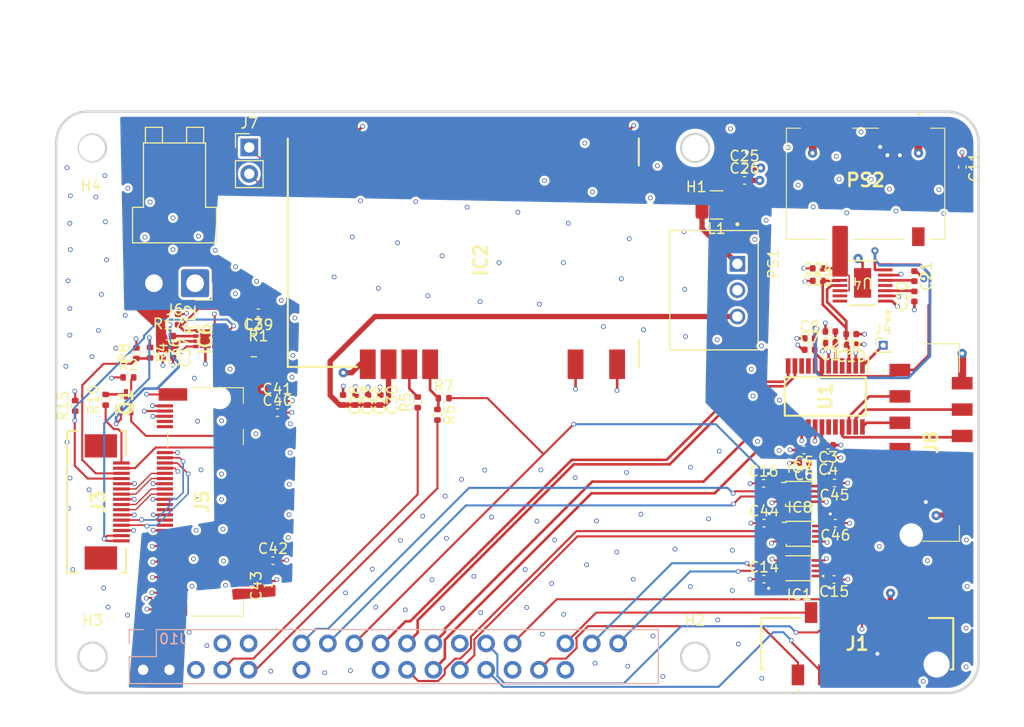
<source format=kicad_pcb>
(kicad_pcb (version 20221018) (generator pcbnew)
  (layers (0 "F.Cu" signal "Front") (1 "In1.Cu" signal) (2 "In2.Cu" signal) (31 "B.Cu" signal "Back") (34 "B.Paste" user) (35 "F.Paste" user) (36 "B.SilkS" user "B.Silkscreen") (37 "F.SilkS" user "F.Silkscreen") (38 "B.Mask" user) (39 "F.Mask" user) (44 "Edge.Cuts" user))
  (net 0 "")
  (net 1 "Net-(U1-REGCAPA)")
  (net 2 "GNDA")
  (net 3 "Net-(U1-REGCAPD)")
  (net 4 "3V3")
  (net 5 "5VADC{slash}SENSOR")
  (net 6 "5VRef")
  (net 7 "5.2V")
  (net 8 "Net-(U4-BYPASS)")
  (net 9 "Net-(U4-NR)")
  (net 10 "9V")
  (net 11 "3V3_XBEE")
  (net 12 "Net-(IC6-FB)")
  (net 13 "VCC3V3")
  (net 14 "IN1(5V)")
  (net 15 "IN2(5V)")
  (net 16 "IN2(3.3V)")
  (net 17 "IN1(3.3V)")
  (net 18 "DOUTXBee")
  (net 19 "DINXBee")
  (net 20 "Net-(IC2-DIO9{slash}ON{slash}~{SLEEP})")
  (net 21 "Net-(IC2-DIO6{slash}~{RTS})")
  (net 22 "DIGITAL_OUTPUT_3")
  (net 23 "DIGITAL_OUTPUT_4")
  (net 24 "DIGITAL_INPUT_4")
  (net 25 "DIGITAL_INPUT_3")
  (net 26 "DIGITAL_OUTPUT_1")
  (net 27 "DIGITAL_OUTPUT_2")
  (net 28 "DIGITAL_INPUT_2")
  (net 29 "DIGITAL_INPUT_1")
  (net 30 "AIN4")
  (net 31 "AIN3")
  (net 32 "AIN2")
  (net 33 "AIN1")
  (net 34 "AIN0")
  (net 35 "POWER_BOARD_PORT_RXD")
  (net 36 "Net-(J10-Pin_8)")
  (net 37 "Net-(J10-Pin_10)")
  (net 38 "ADC_SPI_DIN")
  (net 39 "ADC_SPI_DOUT")
  (net 40 "SCLK")
  (net 41 "RPi_SPI_CS")
  (net 42 "POWER_BOARD_PORT_TXD")
  (net 43 "STEERING_WHEEL_PORT_RXD")
  (net 44 "STEERING_WHEEL_PORT_TXD")
  (net 45 "NAVOUT")
  (net 46 "NAVIN")
  (net 47 "Net-(PS1-+VIN)")
  (net 48 "Net-(IC6-LX)")
  (net 51 "PCIE_DET_WAKE")
  (net 52 "PCIE_RST_B")
  (net 53 "PCIE_PWR_EN")
  (net 54 "3V3_PG")
  (net 85 "PCIE0 RX-")
  (net 87 "PCIE0 RX+")
  (net 91 "PCIE0 TX+")
  (net 92 "PCIE_RST_B_SW")
  (net 93 "PCIE_CLKREQ_N")
  (net 94 "PCIE CLK-")
  (net 96 "PCIE CLK+")
  (net 107 "PCIE0 TX-")
  (net 108 "Net-(J3-Pin_1)")
  (net 109 "5V PCIE")
  (footprint "Capacitor_SMD:C_0402_1005Metric" (layer "F.Cu") (at 127.93 68.25)
    (fp_text reference "C26")
    (fp_text value "4.7uF")
  )
  (footprint "Resistor_SMD:R_0402_1005Metric" (layer "F.Cu") (at 98.973 89.2187)
    (fp_text reference "R7")
    (fp_text value "100k")
  )
  (footprint "Resistor_SMD:R_0402_1005Metric" (layer "F.Cu") (at 81.1378 82.064 180)
    (fp_text reference "R1")
    (fp_text value "10k")
  )
  (footprint "Connector_PinHeader_2.54mm:PinHeader_1x02_P2.54mm_Vertical" (layer "F.Cu") (at 80.264 65.0748)
    (fp_text reference "J7")
    (fp_text value "Conn_01x02")
  )
  (footprint "Capacitor_SMD:C_0402_1005Metric" (layer "F.Cu") (at 134.976 76.72 180)
    (fp_text reference "C23")
    (fp_text value "0.1uF")
  )
  (footprint "Resistor_SMD:R_0402_1005Metric" (layer "F.Cu") (at 69.3928 84.8868 90)
    (fp_text reference "R8")
    (fp_text value "6k8")
  )
  (footprint "Capacitor_SMD:C_0402_1005Metric" (layer "F.Cu") (at 133.66 95.45 180)
    (fp_text reference "C6")
    (fp_text value "10uF")
  )
  (footprint "21xt_footprints:CONV_R-78B3.3-1.5" (layer "F.Cu") (at 124.99 78.82 -90)
    (fp_text reference "PS1")
    (fp_text value "R-78B3.3-1.5L")
  )
  (footprint "Capacitor_SMD:C_0402_1005Metric" (layer "F.Cu") (at 136.67 101.26 180)
    (fp_text reference "C46")
    (fp_text value "0.1uF")
  )
  (footprint "Capacitor_SMD:C_0402_1005Metric" (layer "F.Cu") (at 89.29 89.4 -90)
    (fp_text reference "C28")
    (fp_text value "10uF")
  )
  (footprint "Package_SO:VSSOP-8_2.4x2.1mm_P0.5mm" (layer "F.Cu") (at 133.18 98.44)
    (fp_text reference "IC7")
    (fp_text value "SN74LVC2T45DCTTG4")
  )
  (footprint "Resistor_SMD:R_0402_1005Metric" (layer "F.Cu") (at 66.4412 89.376 90)
    (fp_text reference "R10")
    (fp_text value "33")
  )
  (footprint "Capacitor_SMD:C_0402_1005Metric" (layer "F.Cu") (at 135.98 94.94 180)
    (fp_text reference "C4")
    (fp_text value "1uF")
  )
  (footprint "21xt_footprints:908160012" (layer "F.Cu") (at 145.876 93.495 -90)
    (fp_text reference "J8")
    (fp_text value "Conn_01x12" hide)
  )
  (footprint "Capacitor_SMD:C_0402_1005Metric" (layer "F.Cu") (at 82.96 89.5)
    (fp_text reference "C41")
    (fp_text value "10uF")
  )
  (footprint "Capacitor_SMD:C_0402_1005Metric" (layer "F.Cu") (at 136.19 83.9 180)
    (fp_text reference "C1")
    (fp_text value "0.1uF")
  )
  (footprint "Resistor_SMD:R_0402_1005Metric" (layer "F.Cu") (at 63.51 89.96 90)
    (fp_text reference "R15")
    (fp_text value "100k")
  )
  (footprint "Connector_PinHeader_1.00mm:PinHeader_1x01_P1.00mm_Vertical" (layer "F.Cu") (at 141.276 84.12)
    (fp_text reference "J4")
    (fp_text value "Conn_01x01_Pin")
  )
  (footprint "Capacitor_SMD:C_0402_1005Metric" (layer "F.Cu") (at 90.49 89.4 -90)
    (fp_text reference "C27")
    (fp_text value "0.1uF")
  )
  (footprint "Capacitor_SMD:C_0402_1005Metric" (layer "F.Cu") (at 129.79 106.65)
    (fp_text reference "C14")
    (fp_text value "0.1uF")
  )
  (footprint "Capacitor_SMD:C_0402_1005Metric" (layer "F.Cu") (at 82.09 107.3 90)
    (fp_text reference "C43")
    (fp_text value "10uF")
  )
  (footprint "Capacitor_SMD:C_0402_1005Metric" (layer "F.Cu") (at 136.55 106.68 180)
    (fp_text reference "C15")
    (fp_text value "0.1uF")
  )
  (footprint "21xt_footprints:RLS397" (layer "F.Cu") (at 117.7544 64.2112 90)
    (fp_text reference "IC2")
    (fp_text value "XBP9X-DMUS-011" hide)
  )
  (footprint "Package_SO:VSSOP-8_2.4x2.1mm_P0.5mm" (layer "F.Cu") (at 133.1975 105.6 180)
    (fp_text reference "IC1")
    (fp_text value "SN74LVC2T45DCTTG4")
  )
  (footprint "Capacitor_SMD:C_0402_1005Metric" (layer "F.Cu") (at 81.1358 81.0008 180)
    (fp_text reference "C39")
    (fp_text value "15pF")
  )
  (footprint "Capacitor_SMD:C_0402_1005Metric" (layer "F.Cu") (at 136.19 82.8 180)
    (fp_text reference "C2")
    (fp_text value "1uF")
  )
  (footprint "Capacitor_SMD:C_0402_1005Metric" (layer "F.Cu") (at 134.976 77.92)
    (fp_text reference "C24")
    (fp_text value "1uF")
  )
  (footprint "Capacitor_SMD:C_0402_1005Metric" (layer "F.Cu") (at 144.276 79.42 90)
    (fp_text reference "C20")
    (fp_text value "0.1uF")
  )
  (footprint "Capacitor_SMD:C_0402_1005Metric" (layer "F.Cu") (at 82.54 104.87)
    (fp_text reference "C42")
    (fp_text value "10uF")
  )
  (footprint "Resistor_SMD:R_0402_1005Metric" (layer "F.Cu") (at 96.473 89.6187 90)
    (fp_text reference "R5")
    (fp_text value "68")
  )
  (footprint "Resistor_SMD:R_0402_1005Metric" (layer "F.Cu") (at 70.7136 84.836 -90)
    (fp_text reference "R4")
    (fp_text value "3k6")
  )
  (footprint "Capacitor_SMD:C_0402_1005Metric" (layer "F.Cu") (at 129.7575 97.42)
    (fp_text reference "C16")
    (fp_text value "0.1uF")
  )
  (footprint "Capacitor_SMD:C_0402_1005Metric" (layer "F.Cu") (at 133.65 94.21 180)
    (fp_text reference "C5")
    (fp_text value "0.1uF")
  )
  (footprint "Capacitor_SMD:C_0402_1005Metric" (layer "F.Cu") (at 71.9328 84.844 -90)
    (fp_text reference "C36")
    (fp_text value "10uF")
  )
  (footprint "Capacitor_SMD:C_0402_1005Metric" (layer "F.Cu") (at 72.9328 84.844 -90)
    (fp_text reference "C37")
    (fp_text value "10uF")
  )
  (footprint "Capacitor_SMD:C_0402_1005Metric" (layer "F.Cu") (at 136.5875 97.39 180)
    (fp_text reference "C45")
    (fp_text value "0.1uF")
  )
  (footprint "Inductor_SMD:L_1008_2520Metric" (layer "F.Cu") (at 80.7112 84.124)
    (fp_text reference "L2")
    (fp_text value "2.2uH")
  )
  (footprint "21xt_footprints:ZF5S1601TWT" (layer "F.Cu") (at 65.5592 99.2124 -90)
    (fp_text reference "J3")
    (fp_text value "Conn_01x16" hide)
  )
  (footprint "21xt_footprints:SOT50P160X90-3N" (layer "F.Cu") (at 68.4 89.6 90)
    (fp_text reference "Q1")
    (fp_text value "DMG1012T-7" hide)
  )
  (footprint "Connector_JST:JST_VH_B2PS-VH_1x02_P3.96mm_Horizontal" (layer "F.Cu") (at 75.05 78.15 180)
    (fp_text reference "J6")
    (fp_text value "Conn_01x02")
  )
  (footprint "Capacitor_SMD:C_0402_1005Metric" (layer "F.Cu") (at 144.276 77.47 -90)
    (fp_text reference "C21")
    (fp_text value "0.1uF")
  )
  (footprint "Resistor_SMD:R_0402_1005Metric" (layer "F.Cu") (at 98.373 90.8187 -90)
    (fp_text reference "R6")
    (fp_text value "68")
  )
  (footprint "Capacitor_SMD:C_0402_1005Metric" (layer "F.Cu") (at 91.69 89.4 -90)
    (fp_text reference "C29")
    (fp_text value "47pF")
  )
  (footprint "MountingHole:MountingHole_2.5mm" (layer "F.Cu") (at 123.176 114.12)
    (fp_text reference "H2")
    (fp_text value "MountingHole")
  )
  (footprint "Capacitor_SMD:C_0402_1005Metric" (layer "F.Cu") (at 138.195 83.055 180)
    (fp_text reference "C9")
    (fp_text value "10uF")
  )
  (footprint "Capacitor_SMD:C_0402_1005Metric" (layer "F.Cu") (at 129.81 101.26)
    (fp_text reference "C44")
    (fp_text value "0.1uF")
  )
  (footprint "Capacitor_SMD:C_0402_1005Metric" (layer "F.Cu") (at 135.97 93.75 180)
    (fp_text reference "C3")
    (fp_text value "0.1uF")
  )
  (footprint "Capacitor_SMD:C_0402_1005Metric" (layer "F.Cu") (at 82.98 90.61)
    (fp_text reference "C40")
    (fp_text value "10uF")
  )
  (footprint "21xt_footprints:R2D120509" (layer "F.Cu") (at 139.576 68.57 180)
    (fp_text reference "PS2")
    (fp_text value "R2D12-0509" hide)
  )
  (footprint "21xt_footprints:908160010" (layer "F.Cu") (at 138.776 112.87)
    (fp_text reference "J1")
    (fp_text value "Conn_01x10" hide)
  )
  (footprint "MountingHole:MountingHole_2.5mm" (layer "F.Cu") (at 123.176 65.12)
    (fp_text reference "H1")
    (fp_text value "MountingHole")
  )
  (footprint "21xt_footprints:AP3441LSHE7B" (layer "F.Cu") (at 76.0378 83.494 -90)
    (fp_text reference "IC6")
    (fp_text value "AP3441LSHE-7B" hide)
  )
  (footprint "Resistor_SMD:R_0402_1005Metric" (layer "F.Cu") (at 72.4328 83.239)
    (fp_text reference "R17")
    (fp_text value "10k")
  )
  (footprint "MountingHole:MountingHole_2.5mm" (layer "F.Cu") (at 65.1256 65.1256)
    (fp_text reference "H4")
    (fp_text value "MountingHole")
  )
  (footprint "Capacitor_SMD:C_0402_1005Metric" (layer "F.Cu") (at 148.9 66.97 -90)
    (fp_text reference "C11")
    (fp_text value "0.1uF")
  )
  (footprint "MountingHole:MountingHole_2.5mm" (layer "F.Cu") (at 65.176 114.12)
    (fp_text reference "H3")
    (fp_text value "MountingHole")
  )
  (footprint "21xt_footprints:LT6658AHMSE-2.5-PBF" (layer "F.Cu") (at 139.2916 78.119999 180)
    (fp_text reference "U4")
    (fp_text value "LT6658AHMSE-5-PBF")
  )
  (footprint "Package_SO:VSSOP-8_2.4x2.1mm_P0.5mm" (layer "F.Cu") (at 133.25 102.28)
    (fp_text reference "IC8")
    (fp_text value "SN74LVC2T45DCTTG4")
  )
  (footprint "Inductor_SMD:L_1210_3225Metric" (layer "F.Cu") (at 125.24 70.61 180)
    (fp_text reference "L1")
    (fp_text value "3.9uH")
  )
  (footprint "Capacitor_SMD:C_0402_1005Metric" (layer "F.Cu") (at 134.201 84.558)
    (fp_text reference "C7")
    (fp_text value "0.1uF")
  )
  (footprint "Capacitor_SMD:C_0402_1005Metric" (layer "F.Cu") (at 127.92 67.05)
    (fp_text reference "C25")
    (fp_text value "10uF")
  )
  (footprint "Capacitor_SMD:C_0402_1005Metric" (layer "F.Cu") (at 138.195 84.055 180)
    (fp_text reference "C10")
    (fp_text value "0.1uF")
  )
  (footprint "Resistor_SMD:R_0402_1005Metric" (layer "F.Cu") (at 68.63 87.22)
    (fp_text reference "R2")
    (fp_text value "2.2k")
  )
  (footprint "21xt_footprints:MDT275M02001" (layer "F.Cu") (at 77.4192 99.2124 90)
    (fp_text reference "J5")
    (fp_text value "MDT275M02001" hide)
  )
  (footprint "Capacitor_SMD:C_0402_1005Metric" (layer "F.Cu") (at 92.89 89.4 -90)
    (fp_text reference "C30")
    (fp_text value "8.2pF")
  )
  (footprint "Resistor_SMD:R_0402_1005Metric" (layer "F.Cu") (at 73.406 81.6356 -90)
    (fp_text reference "R12")
    (fp_text value "45k")
  )
  (footprint "21xt_footprints:SOP65P640X120-24N" (layer "F.Cu") (at 135.701 89.058 -90)
    (fp_text reference "U1")
    (fp_text value "AD7175-2BRUZ" hide)
  )
  (footprint "Capacitor_SMD:C_0402_1005Metric" (layer "F.Cu") (at 134.201 83.458)
    (fp_text reference "C8")
    (fp_text value "1uF")
  )
  (footprint "Connector_PinHeader_2.54mm:PinHeader_2x20_P2.54mm_Vertical" (layer "B.Cu") (at 70.046 112.84 -90)
    (fp_text reference "J10")
    (fp_text value "Conn_02x20_Odd_Even")
  )
  (gr_arc (start 61.676 64.62) (mid 62.55468 62.49868) (end 64.676 61.62) (stroke (width 0.25)) (layer "Edge.Cuts"))
  (gr_line (start 90.726 117.62) (end 104.126 117.62) (stroke (width 0.25)) (layer "Edge.Cuts"))
  (gr_arc (start 147.45468 61.62) (mid 149.576013 62.498673) (end 150.45468 64.62) (stroke (width 0.25)) (layer "Edge.Cuts"))
  (gr_line (start 104.126 117.62) (end 147.45468 117.62) (stroke (width 0.25)) (layer "Edge.Cuts"))
  (gr_line (start 147.45468 61.62) (end 64.676 61.62) (stroke (width 0.25)) (layer "Edge.Cuts"))
  (gr_circle (center 123.176 114.12) (end 124.526 114.12) (stroke (width 0.25)) (fill none) (layer "Edge.Cuts"))
  (gr_arc (start 150.45468 114.62) (mid 149.576005 116.741349) (end 147.45468 117.62) (stroke (width 0.25)) (layer "Edge.Cuts"))
  (gr_line (start 64.676 117.62) (end 77.346 117.62) (stroke (width 0.25)) (layer "Edge.Cuts"))
  (gr_circle (center 123.176 65.12) (end 124.526 65.12) (stroke (width 0.25)) (fill none) (layer "Edge.Cuts"))
  (gr_line (start 61.676 64.62) (end 61.676 98.220635) (stroke (width 0.25)) (layer "Edge.Cuts"))
  (gr_circle (center 65.176 65.12) (end 66.476 65.12) (stroke (width 0.25)) (fill none) (layer "Edge.Cuts"))
  (gr_line (start 77.346 117.62) (end 90.726 117.62) (stroke (width 0.25)) (layer "Edge.Cuts"))
  (gr_line (start 150.45468 114.62) (end 150.45468 64.62) (stroke (width 0.25)) (layer "Edge.Cuts"))
  (gr_arc (start 64.676 117.62) (mid 62.55468 116.74132) (end 61.676 114.62) (stroke (width 0.25)) (layer "Edge.Cuts"))
  (gr_circle (center 65.176 114.12) (end 66.526 114.12) (stroke (width 0.25)) (fill none) (layer "Edge.Cuts"))
  (gr_line (start 61.676 98.220635) (end 61.676 114.62) (stroke (width 0.25)) (layer "Edge.Cuts"))
  (segment (start 136.676 83.906) (end 136.67 83.9) (width 0.25) (layer "F.Cu") (net 1))
  (segment (start 136.665 83.905) (end 136.67 83.9) (width 0.254) (layer "F.Cu") (net 1))
  (segment (start 136.67 83.9) (end 136.67 82.8) (width 0.25) (layer "F.Cu") (net 1))
  (segment (start 136.676 86.12) (end 136.676 83.906) (width 0.25) (layer "F.Cu") (net 1))
  (segment (start 141.476 79.369999) (end 142.699999 79.369999) (width 0.25) (layer "F.Cu") (net 2))
  (segment (start 129.31 106.65) (end 128.47 106.65) (width 0.2) (layer "F.Cu") (net 2))
  (segment (start 68.12 87.22) (end 67.07 87.22) (width 0.2) (layer "F.Cu") (net 2))
  (segment (start 136.46 94.94) (end 137.16 94.94) (width 0.25) (layer "F.Cu") (net 2))
  (segment (start 72.1442 90.9624) (end 70.9924 90.9624) (width 0.2) (layer "F.Cu") (net 2))
  (segment (start 82.09 106.82) (end 82.78 106.82) (width 0.2) (layer "F.Cu") (net 2))
  (segment (start 70.9924 98.9624) (end 70.99 98.96) (width 0.2) (layer "F.Cu") (net 2))
  (segment (start 67.9592 98.9624) (end 69.1876 98.9624) (width 0.2) (layer "F.Cu") (net 2))
  (segment (start 144.276 76.99) (end 144.446 76.99) (width 0.254) (layer "F.Cu") (net 2))
  (segment (start 72.1442 101.9624) (end 71.0324 101.9624) (width 0.2) (layer "F.Cu") (net 2))
  (segment (start 130.67 99.19) (end 131.63 99.19) (width 0.2) (layer "F.Cu") (net 2))
  (segment (start 71.0176 104.9624) (end 70.98 105) (width 0.2) (layer "F.Cu") (net 2))
  (segment (start 67.9592 100.4624) (end 69.1976 100.4624) (width 0.2) (layer "F.Cu") (net 2))
  (segment (start 70.9724 89.9624) (end 70.95 89.94) (width 0.2) (layer "F.Cu") (net 2))
  (segment (start 69.1876 98.9624) (end 69.19 98.96) (width 0.2) (layer "F.Cu") (net 2))
  (segment (start 72.1442 95.9624) (end 73.0824 95.9624) (width 0.125) (layer "F.Cu") (net 2))
  (segment (start 134.496 77.92) (end 133.8 77.92) (width 0.2) (layer "F.Cu") (net 2))
  (segment (start 138.675 83.055) (end 139.475 83.055) (width 0.25) (layer "F.Cu") (net 2))
  (segment (start 128.41 68.25) (end 129.39 68.25) (width 0.508) (layer "F.Cu") (net 2))
  (segment (start 132.29 95.45) (end 132.25 95.49) (width 0.25) (layer "F.Cu") (net 2))
  (segment (start 73.3424 94.4624) (end 73.35 94.47) (width 0.125) (layer "F.Cu") (net 2))
  (segment (start 136.026 84.746) (end 136.026 86.12) (width 0.25) (layer "F.Cu") (net 2))
  (segment (start 135.71 81.99) (end 135.7 81.98) (width 0.25) (layer "F.Cu") (net 2))
  (segment (start 138.62 84.11) (end 138.675 84.055) (width 0.254) (layer "F.Cu") (net 2))
  (segment (start 67.9592 101.9624) (end 69.1376 101.9624) (width 0.2) (layer "F.Cu") (net 2))
  (segment (start 69.1976 97.4624) (end 69.22 97.44) (width 0.2) (layer "F.Cu") (net 2))
  (segment (start 148.9 65.6) (end 148.86 65.56) (width 0.2) (layer "F.Cu") (net 2))
  (segment (start 90.49 88.92) (end 90.49 88.13) (width 0.25) (layer "F.Cu") (net 2))
  (segment (start 111.6686 88.3314) (end 111.66 88.34) (width 0.25) (layer "F.Cu") (net 2))
  (segment (start 130.71 104.85) (end 130.58 104.72) (width 0.2) (layer "F.Cu") (net 2))
  (segment (start 111.6686 85.9536) (end 111.6686 88.3314) (width 0.25) (layer "F.Cu") (net 2))
  (segment (start 115.6686 64.4652) (end 115.7648 64.4652) (width 0.25) (layer "F.Cu") (net 2))
  (segment (start 134.496 63.47) (end 134.496 65.6) (width 0.762) (layer "F.Cu") (net 2))
  (segment (start 133.517668 84.558) (end 133.721 84.558) (width 0.25) (layer "F.Cu") (net 2))
  (segment (start 135.57 84.04) (end 135.57 84.56) (width 0.25) (layer "F.Cu") (net 2))
  (segment (start 70.35 108.49) (end 70.3776 108.4624) (width 0.2) (layer "F.Cu") (net 2))
  (segment (start 135.76 99.19) (end 135.8 99.23) (width 0.2) (layer "F.Cu") (net 2))
  (segment (start 148.876 100.48) (end 146.416 100.48) (width 0.508) (layer "F.Cu") (net 2))
  (segment (start 148.9 66.49) (end 148.9 65.6) (width 0.2) (layer "F.Cu") (net 2))
  (segment (start 139.475 83.055) (end 139.48 83.06) (width 0.25) (layer "F.Cu") (net 2))
  (segment (start 142.699999 79.369999) (end 142.77 79.44) (width 0.25) (layer "F.Cu") (net 2))
  (segment (start 72.9192 88.8624) (end 70.3924 88.8624) (width 0.2) (layer "F.Cu") (net 2))
  (segment (start 72.1442 106.4624) (end 70.9676 106.4624) (width 0.2) (layer "F.Cu") (net 2))
  (segment (start 91.69 88.92) (end 91.69 88.14) (width 0.25) (layer "F.Cu") (net 2))
  (segment (start 133.8 77.92) (end 133.75 77.97) (width 0.2) (layer "F.Cu") (net 2))
  (segment (start 92.89 88.18) (end 92.85 88.14) (width 0.25) (layer "F.Cu") (net 2))
  (segment (start 134.726 93.314) (end 134.7 93.34) (width 0.25) (layer "F.Cu") (net 2))
  (segment (start 70.9024 107.9624) (end 70.9 107.96) (width 0.2) (layer "F.Cu") (net 2))
  (segment (start 142.889999 77.370001) (end 142.99 77.27) (width 0.25) (layer "F.Cu") (net 2))
  (segment (start 128.5 97.42) (end 128.47 97.45) (width 0.2) (layer "F.Cu") (net 2))
  (segment (start 136.45 93.75) (end 137.19 93.75) (width 0.25) (layer "F.Cu") (net 2))
  (segment (start 142.130001 79.870001) (end 142.66 80.4) (width 0.25) (layer "F.Cu") (net 2))
  (segment (start 134.496 65.6) (end 134.476 65.62) (width 0.762) (layer "F.Cu") (net 2))
  (segment (start 90.49 88.13) (end 90.48 88.12) (width 0.25) (layer "F.Cu") (net 2))
  (segment (start 83.81 104.87) (end 83.87 104.81) (width 0.2) (layer "F.Cu") (net 2))
  (segment (start 69.1376 101.9624) (end 69.14 101.96) (width 0.2) (layer "F.Cu") (net 2))
  (segment (start 138.626 84.874) (end 138.63 84.87) (width 0.25) (layer "F.Cu") (net 2))
  (segment (start 144.446 76.99) (end 145.176 77.72) (width 0.254) (layer "F.Cu") (net 2))
  (segment (start 130.68 103.03) (end 130.52 103.19) (width 0.2) (layer "F.Cu") (net 2))
  (segment (start 89.6686 64.4652) (end 89.7548 64.4652) (width 0.25) (layer "F.Cu") (net 2))
  (segment (start 129.4 68.24) (end 129.39 68.25) (width 0.508) (layer "F.Cu") (net 2))
  (segment (start 139.2916 78.119999) (end 139.2916 76.2016) (width 0.25) (layer "F.Cu") (net 2))
  (segment (start 128.4 67.05) (end 129.48 67.05) (width 0.508) (layer "F.Cu") (net 2))
  (segment (start 69.3928 84.3768) (end 69.3928 83.5228) (width 0.2) (layer "F.Cu") (net 2))
  (segment (start 133.721 83.458) (end 132.972 83.458) (width 0.25) (layer "F.Cu") (net 2))
  (segment (start 70.3924 88.8624) (end 70.37 88.84) (width 0.2) (layer "F.Cu") (net 2))
  (segment (start 75.6418 84.244) (end 76.0378 83.848) (width 0.254) (layer "F.Cu") (net 2))
  (segment (start 132.33 94.21) (end 132.31 94.19) (width 0.25) (layer "F.Cu") (net 2))
  (segment (start 84.38 89.5) (end 84.42 89.46) (width 0.2) (layer "F.Cu") (net 2))
  (segment (start 141.476 77.370001) (end 142.889999 77.370001) (width 0.25) (layer "F.Cu") (net 2))
  (segment (start 75.1378 84.244) (end 74.226 84.244) (width 0.2) (layer "F.Cu") (net 2))
  (segment (start 74.1444 81.1256) (end 73.406 81.1256) (width 0.2) (layer "F.Cu") (net 2))
  (segment (start 72.1442 107.9624) (end 70.9024 107.9624) (width 0.2) (layer "F.Cu") (net 2))
  (segment (start 134.496 76.72) (end 133.64 76.72) (width 0.2) (layer "F.Cu") (net 2))
  (segment (start 144.246001 79.870001) (end 144.276 79.9) (width 0.254) (layer "F.Cu") (net 2))
  (segment (start 137.15 101.26) (end 138.03 101.26) (width 0.2) (layer "F.Cu") (net 2))
  (segment (start 144.656 65.6) (end 144.676 65.62) (width 0.762) (layer "F.Cu") (net 2))
  (segment (start 90.13 86.77) (end 90.9464 85.9536) (width 0.508) (layer "F.Cu") (net 2))
  (segment (start 130.56 99.3) (end 130.67 99.19) (width 0.2) (layer "F.Cu") (net 2))
  (segment (start 72.9192 109.5624) (end 70.4424 109.5624) (width 0.2) (layer "F.Cu") (net 2))
  (segment (start 115.6686 85.9536) (end 115.6686 88.4614) (width 0.25) (layer "F.Cu") (net 2))
  (segment (start 132.972 83.458) (end 132.96 83.47) (width 0.25) (layer "F.Cu") (net 2))
  (segment (start 70.9576 103.4624) (end 70.93 103.49) (width 0.2) (layer "F.Cu") (net 2))
  (segment (start 89.29 88.08) (end 89.31 88.06) (width 0.25) (layer "F.Cu") (net 2))
  (segment (start 141.476 79.870001) (end 142.130001 79.870001) (width 0.25) (layer "F.Cu") (net 2))
  (segment (start 70.9924 90.9624) (end 70.99 90.96) (width 0.2) (layer "F.Cu") (net 2))
  (segment (start 115.7648 64.4652) (end 117.27 62.96) (width 0.25) (layer "F.Cu") (net 2))
  (segment (start 137.84 106.68) (end 137.86 106.66) (width 0.2) (layer "F.Cu") (net 2))
  (segment (start 71.9328 86.0428) (end 71.95 86.06) (width 0.2) (layer "F.Cu") (net 2))
  (segment (start 73.0824 95.9624) (end 73.39 96.27) (width 0.125) (layer "F.Cu") (net 2))
  (segment (start 84.34 90.61) (end 84.36 90.59) (width 0.2) (layer "F.Cu") (net 2))
  (segment (start 63.51 89.45) (end 63.51 88.58) (width 0.2) (layer "F.Cu") (net 2))
  (segment (start 138.626 86.12) (end 138.626 84.874) (width 0.25) (layer "F.Cu") (net 2))
  (segment (start 141.956 109.87) (end 141.956 108.024) (width 0.508) (layer "F.Cu") (net 2))
  (segment (start 133.426 91.996) (end 133.426 93.296) (width 0.25) (layer "F.Cu") (net 2))
  (segment (start 71.0424 100.4624) (end 71.03 100.45) (width 0.2) (layer "F.Cu") (net 2))
  (segment (start 135.71 83.9) (end 135.57 84.04) (width 0.25) (layer "F.Cu") (net 2))
  (segment (start 72.1442 98.9624) (end 70.9924 98.9624) (width 0.2) (layer "F.Cu") (net 2))
  (segment (start 141.956 108.024) (end 141.98 108) (width 0.508) (layer "F.Cu") (net 2))
  (segment (start 63.51 88.58) (end 63.47 88.54) (width 0.2) (layer "F.Cu") (net 2))
  (segment (start 128.47 106.65) (end 128.46 106.66) (width 0.2) (layer "F.Cu") (net 2))
  (segment (start 146.416 100.48) (end 146.376 100.52) (width 0.508) (layer "F.Cu") (net 2))
  (segment (start 115.6686 88.4614) (end 115.65 88.48) (width 0.25) (layer "F.Cu") (net 2))
  (segment (start 134.8 103.03) (end 135.8 103.03) (width 0.2) (layer "F.Cu") (net 2))
  (segment (start 129.2775 97.42) (end 128.5 97.42) (width 0.2) (layer "F.Cu") (net 2))
  (segment (start 72.1442 89.9624) (end 70.9724 89.9624) (width 0.2) (layer "F.Cu") (net 2))
  (segment (start 72.1442 90.4624) (end 70.1676 90.4624) (width 0.2) (layer "F.Cu") (net 2))
  (segment (start 135.57 84.56) (end 135.42 84.71) (width 0.25) (layer "F.Cu") (net 2))
  (segment (start 134.726 91.996) (end 134.726 93.314) (width 0.25) (layer "F.Cu") (net 2))
  (segment (start 133.18 95.45) (end 132.29 95.45) (width 0.25) (layer "F.Cu") (net 2))
  (segment (start 133.17 94.21) (end 132.33 94.21) (width 0.25) (layer "F.Cu") (net 2))
  (segment (start 137.03 106.68) (end 137.84 106.68) (width 0.2) (layer "F.Cu") (net 2))
  (segment (start 90.9464 85.9536) (end 91.6686 85.9536) (width 0.508) (layer "F.Cu") (net 2))
  (segment (start 144.276 79.9) (end 144.276 80.694) (width 0.254) (layer "F.Cu") (net 2))
  (segment (start 83.46 90.61) (end 84.34 90.61) (width 0.2) (layer "F.Cu") (net 2))
  (segment (start 135.62 104.85) (end 135.81 104.66) (width 0.2) (layer "F.Cu") (net 2))
  (segment (start 67.07 87.22) (end 67 87.29) (width 0.2) (layer "F.Cu") (net 2))
  (segment (start 129.33 101.26) (end 128.53 101.26) (width 0.2) (layer "F.Cu") (net 2))
  (segment (start 76.0378 83.494) (end 76.0378 85.9178) (width 0.254) (layer "F.Cu") (net 2))
  (segment (start 136.02 84.74) (end 136.026 84.746) (width 0.25) (layer "F.Cu") (net 2))
  (segment (start 70.4424 109.5624) (end 70.41 109.53) (width 0.2) (layer "F.Cu") (net 2))
  (segment (start 137.19 93.75) (end 137.2 93.74) (width 0.25) (layer "F.Cu") (net 2))
  (segment (start 133.426 93.296) (end 133.44 93.31) (width 0.25) (layer "F.Cu") (net 2))
  (segment (start 137.16 94.94) (end 137.19 94.97) (width 0.25) (layer "F.Cu") (net 2))
  (segment (start 148.876 84.92) (end 148.876 87.78) (width 0.762) (layer "F.Cu") (net 2))
  (segment (start 133.64 76.72) (end 133.63 76.71) (width 0.2) (layer "F.Cu") (net 2))
  (segment (start 71.0224 97.4624) (end 71.01 97.45) (width 0.2) (layer "F.Cu") (net 2))
  (segment (start 83.02 104.87) (end 83.81 104.87) (width 0.2) (layer "F.Cu") (net 2))
  (segment (start 144.276 80.694) (end 144.26 80.71) (width 0.254) (layer "F.Cu") (net 2))
  (segment (start 72.1442 97.4624) (end 71.0224 97.4624) (width 0.2) (layer "F.Cu") (net 2))
  (segment (start 131.7 103.03) (end 130.68 103.03) (width 0.2) (layer "F.Cu") (net 2))
  (segment (start 72.1442 103.4624) (end 70.9576 103.4624) (width 0.2) (layer "F.Cu") (net 2))
  (segment (start 89.31 86.77) (end 90.13 86.77) (width 0.508) (layer "F.Cu") (net 2))
  (segment (start 133.048389 84.088721) (end 133.517668 84.558) (width 0.25) (layer "F.Cu") (net 2))
  (segment (start 89.7548 64.4652) (end 91.18 63.04) (width 0.25) (layer "F.Cu") (net 2))
  (segment (start 139.2916 76.2016) (end 138.86 75.77) (width 0.25) (layer "F.Cu") (net 2))
  (segment (start 134.7475 104.85) (end 135.62 104.85) (width 0.2) (layer "F.Cu") (net 2))
  (segment (start 70.1676 90.4624) (end 70.16 90.47) (width 0.2) (layer "F.Cu") (net 2))
  (segment (start 74.22 81.05) (end 74.1444 81.1256) (width 0.2) (layer "F.Cu") (net 2))
  (segment (start 138.03 101.26) (end 138.04 101.27) (width 0.2) (layer "F.Cu") (net 2))
  (segment (start 92.89 88.92) (end 92.89 88.18) (width 0.25) (layer "F.Cu") (net 2))
  (segment (start 135.71 82.8) (end 135.71 81.99) (width 0.25) (layer "F.Cu") (net 2))
  (segment (start 76.9378 82.744) (end 76.9378 81.1478) (width 0.2) (layer "F.Cu") (net 2))
  (segment (start 134.73 99.19) (end 135.76 99.19) (width 0.2) (layer "F.Cu") (net 2))
  (segment (start 144.656 63.47) (end 144.656 65.6) (width 0.762) (layer "F.Cu") (net 2))
  (segment (start 71.0324 101.9624) (end 71.01 101.94) (width 0.2) (layer "F.Cu") (net 2))
  (segment (start 131.6475 104.85) (end 130.71 104.85) (width 0.2) (layer "F.Cu") (net 2))
  (segment (start 76.0378 85.9178) (end 76.04 85.92) (width 0.254) (layer "F.Cu") (net 2))
  (segment (start 76.9378 81.1478) (end 76.9 81.11) (width 0.2) (layer "F.Cu") (net 2))
  (segment (start 72.1442 94.4624) (end 73.3424 94.4624) (width 0.125) (layer "F.Cu") (net 2))
  (segment (start 74.226 84.244) (end 73.75 84.72) (width 0.2) (layer "F.Cu") (net 2))
  (segment (start 83.44 89.5) (end 84.38 89.5) (width 0.2) (layer "F.Cu") (net 2))
  (segment (start 135.8 103.03) (end 135.88 103.11) (width 0.2) (layer "F.Cu") (net 2))
  (segment (start 72.9328 85.324) (end 72.9328 86.0172) (width 0.2) (layer "F.Cu") (net 2))
  (segment (start 70.9676 106.4624) (end 70.95 106.48) (width 0.2) (layer "F.Cu") (net 2))
  (segment (start 71.9328 85.324) (end 71.9328 86.0428) (width 0.2) (layer "F.Cu") (net 2))
  (segment (start 137.0675 97.39) (end 137.85 97.39) (width 0.2) (layer "F.Cu") (net 2))
  (segment (start 69.1976 100.4624) (end 69.2 100.46) (width 0.2) (layer "F.Cu") (net 2))
  (segment (start 70.3776 108.4624) (end 72.1442 108.4624) (width 0.2) (layer "F.Cu") (net 2))
  (segment (start 139.415 84.055) (end 139.43 84.04) (width 0.254) (layer "F.Cu") (net 2))
  (segment (start 76.0378 83.848) (end 76.0378 83.494) (width 0.254) (layer "F.Cu") (net 2))
  (segment (start 89.29 88.92) (end 89.29 88.08) (width 0.25) (layer "F.Cu") (net 2))
  (segment (start 72.1442 100.4624) (end 71.0424 100.4624) (width 0.2) (layer "F.Cu") (net 2))
  (segment (start 69.3928 83.5228) (end 69.37 83.5) (width 0.2) (layer "F.Cu") (net 2))
  (segment (start 138.675 84.055) (end 139.415 84.055) (width 0.254) (layer "F.Cu") (net 2))
  (segment (start 72.1442 104.9624) (end 71.0176 104.9624) (width 0.2) (layer "F.Cu") (net 2))
  (segment (start 72.9328 86.0172) (end 72.92 86.03) (width 0.2) (layer "F.Cu") (net 2))
  (segment (start 67.9592 97.4624) (end 69.1976 97.4624) (width 0.2) (layer "F.Cu") (net 2))
  (segment (start 82.78 106.82) (end 82.91 106.69) (width 0.2) (layer "F.Cu") (net 2))
  (via (at 63.28 105.73) (size 0.45) (drill 0.3) (layers "F.Cu" "B.Cu") (net 2))
  (via (at 149.25 111.37) (size 0.45) (drill 0.3) (layers "F.Cu" "B.Cu") (net 2))
  (via (at 62.72 67.02) (size 0.45) (drill 0.3) (layers "F.Cu" "B.Cu") (net 2))
  (via (at 126.76 103.87) (size 0.45) (drill 0.3) (layers "F.Cu" "B.Cu") (net 2))
  (via (at 141.88 69.08) (size 0.45) (drill 0.3) (layers "F.Cu" "B.Cu") (net 2))
  (via (at 142.77 79.44) (size 0.45) (drill 0.3) (layers "F.Cu" "B.Cu") (net 2))
  (via (at 66.03 79.22) (size 0.45) (drill 0.3) (layers "F.Cu" "B.Cu") (net 2))
  (via (at 128.74 89.01) (size 0.45) (drill 0.3) (layers "F.Cu" "B.Cu") (net 2))
  (via (at 110.52 110.04) (size 0.45) (drill 0.3) (layers "F.Cu" "B.Cu") (net 2))
  (via (at 70.93 103.49) (size 0.45) (drill 0.3) (layers "F.Cu" "B.Cu") (net 2))
  (via (at 120.07 116.03) (size 0.45) (drill 0.3) (layers "F.Cu" "B.Cu") (net 2))
  (via (at 92.69 78.64) (size 0.45) (drill 0.3) (layers "F.Cu" "B.Cu") (net 2))
  (via (at 76.9 81.11) (size 0.45) (drill 0.3) (layers "F.Cu" "B.Cu") (net 2))
  (via (at 67.42 84.41) (size 0.45) (drill 0.3) (layers "F.Cu" "B.Cu") (net 2))
  (via (at 116.69 115.04) (size 0.45) (drill 0.3) (layers "F.Cu" "B.Cu") (net 2))
  (via (at 66.36 67.79) (size 0.45) (drill 0.3) (layers "F.Cu" "B.Cu") (net 2))
  (via (at 103.59 100.67) (size 0.45) (drill 0.3) (layers "F.Cu" "B.Cu") (net 2))
  (via (at 65.74 82.7) (size 0.45) (drill 0.3) (layers "F.Cu" "B.Cu") (net 2))
  (via (at 133.44 93.31) (size 0.45) (drill 0.3) (layers "F.Cu" "B.Cu") (net 2))
  (via (at 73.35 94.47) (size 0.45) (drill 0.3) (layers "F.Cu" "B.Cu") (net 2))
  (via (at 126.58 63.27) (size 0.45) (drill 0.3) (layers "F.Cu" "B.Cu") (net 2))
  (via (at 122.17 78.74) (size 0.45) (drill 0.3) (layers "F.Cu" "B.Cu") (net 2))
  (via (at 70.16 90.47) (size 0.45) (drill 0.3) (layers "F.Cu" "B.Cu") (net 2))
  (via (at 137.86 106.66) (size 0.45) (drill 0.3) (layers "F.Cu" "B.Cu") (net 2))
  (via (at 66.68 109.34) (size 0.45) (drill 0.3) (layers "F.Cu" "B.Cu") (net 2))
  (via (at 74.98 87.3) (size 0.45) (drill 0.3) (layers "F.Cu" "B.Cu") (net 2))
  (via (at 135.7 81.98) (size 0.45) (drill 0.3) (layers "F.Cu" "B.Cu") (net 2))
  (via (at 77.6 91.4) (size 0.45) (drill 0.3) (layers "F.Cu" "B.Cu") (net 2))
  (via (at 78.93 79.16) (size 0.45) (drill 0.3) (layers "F.Cu" "B.Cu") (net 2))
  (via (at 66.25 107.51) (size 0.45) (drill 0.3) (layers "F.Cu" "B.Cu") (net 2))
  (via (at 70.41 109.53) (size 0.45) (drill 0.3) (layers "F.Cu" "B.Cu") (net 2))
  (via (at 63.04 69.72) (size 0.45) (drill 0.3) (layers "F.Cu" "B.Cu") (net 2))
  (via (at 122.72 95.88) (size 0.45) (drill 0.3) (layers "F.Cu" "B.Cu") (net 2))
  (via (at 90.48 88.12) (size 0.45) (drill 0.3) (layers "F.Cu" "B.Cu") (net 2))
  (via (at 145.53 104.87) (size 0.45) (drill 0.3) (layers "F.Cu" "B.Cu") (net 2))
  (via (at 113.3 69.36) (size 0.45) (drill 0.3) (layers "F.Cu" "B.Cu") (net 2))
  (via (at 98.82 75.51) (size 0.45) (drill 0.3) (layers "F.Cu" "B.Cu") (net 2))
  (via (at 77.59 96.52) (size 0.45) (drill 0.3) (layers "F.Cu" "B.Cu") (net 2))
  (via (at 135.42 84.71) (size 0.45) (drill 0.3) (layers "F.Cu" "B.Cu") (net 2))
  (via (at 70.35 108.49) (size 0.45) (drill 0.3) (layers "F.Cu" "B.Cu") (net 2))
  (via (at 84.19 94.49) (size 0.45) (drill 0.3) (layers "F.Cu" "B.Cu") (net 2))
  (via (at 84.36 90.59) (size 0.45) (drill 0.3) (layers "F.Cu" "B.Cu") (net 2))
  (via (at 114.35 82.33) (size 0.45) (drill 0.3) (layers "F.Cu" "B.Cu") (net 2))
  (via (at 84.46 85.11) (size 0.45) (drill 0.3) (layers "F.Cu" "B.Cu") (net 2))
  (via (at 83.87 104.81) (size 0.45) (drill 0.3) (layers "F.Cu" "B.Cu") (net 2))
  (via (at 141.98 108) (size 0.889) (drill 0.381) (layers "F.Cu" "B.Cu") (net 2))
  (via (at 138.04 101.27) (size 0.45) (drill 0.3) (layers "F.Cu" "B.Cu") (net 2))
  (via (at 119.11 112.13) (size 0.45) (drill 0.3) (layers "F.Cu" "B.Cu") (net 2))
  (via (at 132.31 94.19) (size 0.45) (drill 0.3) (layers "F.Cu" "B.Cu") (net 2))
  (via (at 95.28 109.61) (size 0.45) (drill 0.3) (layers "F.Cu" "B.Cu") (net 2))
  (via (at 113.54 114.75) (size 0.45) (drill 0.3) (layers "F.Cu" "B.Cu") (net 2))
  (via (at 122.24 83.29) (size 0.45) (drill 0.3) (layers "F.Cu" "B.Cu") (net 2))
  (via (at 71.03 100.45) (size 0.45) (drill 0.3) (layers "F.Cu" "B.Cu") (net 2))
  (via (at 118.21 82.63) (size 0.45) (drill 0.3) (layers "F.Cu" "B.Cu") (net 2))
  (via (at 70.9 107.96) (size 0.45) (drill 0.3) (layers "F.Cu" "B.Cu") (net 2))
  (via (at 146.376 100.52) (size 0.889) (drill 0.381) (layers "F.Cu" "B.Cu") (net 2))
  (via (at 99.12 98.65) (size 0.45) (drill 0.3) (layers "F.Cu" "B.Cu") (net 2))
  (via (at 135.81 104.66) (size 0.45) (drill 0.3) (layers "F.Cu" "B.Cu") (net 2))
  (via (at 76.19 113.05) (size 0.45) (drill 0.3) (layers "F.Cu" "B.Cu") (net 2))
  (via (at 145.13 116.49) (size 0.45) (drill 0.3) (layers "F.Cu" "B.Cu") (net 2))
  (via (at 146.63 69.14) (size 0.45) (drill 0.3) (layers "F.Cu" "B.Cu") (net 2))
  (via (at 75.15 101.95) (size 0.45) (drill 0.3) (layers "F.Cu" "B.Cu") (net 2))
  (via (at 129.48 67.05) (size 0.889) (drill 0.381) (layers "F.Cu" "B.Cu") (net 2))
  (via (at 135.8 99.23) (size 0.45) (drill 0.3) (layers "F.Cu" "B.Cu") (net 2))
  (via (at 72.92 71.86) (size 0.45) (drill 0.3) (layers "F.Cu" "B.Cu") (net 2))
  (via (at 134.476 65.62) (size 0.889) (drill 0.381) (layers "F.Cu" "B.Cu") (net 2))
  (via (at 94.82 102.92) (size 0.45) (drill 0.3) (layers "F.Cu" "B.Cu") (net 2))
  (via (at 89.53 107.97) (size 0.45) (drill 0.3) (layers "F.Cu" "B.Cu") (net 2))
  (via (at 139.14 63.58) (size 0.45) (drill 0.3) (layers "F.Cu" "B.Cu") (net 2))
  (via (at 69.22 97.44) (size 0.45) (drill 0.3) (layers "F.Cu" "B.Cu") (net 2))
  (via (at 115.65 88.48) (size 0.45) (drill 0.3) (layers "F.Cu" "B.Cu") (net 2))
  (via (at 62.85 99.84) (size 0.45) (drill 0.3) (layers "F.Cu" "B.Cu") (net 2))
  (via (at 66.42 72.23) (size 0.45) (drill 0.3) (layers "F.Cu" "B.Cu") (net 2))
  (via (at 87.53 115.66) (size 0.45) (drill 0.3) (layers "F.Cu" "B.Cu") (net 2))
  (via (at 94.53 74.25) (size 0.45) (drill 0.3) (layers "F.Cu" "B.Cu") (net 2))
  (via (at 74.75 107.32) (size 0.45) (drill 0.3) (layers "F.Cu" "B.Cu") (net 2))
  (via (at 108.68 68.27) (size 0.45) (drill 0.3) (layers "F.Cu" "B.Cu") (net 2))
  (via (at 116.58 96.38) (size 0.45) (drill 0.3) (layers "F.Cu" "B.Cu") (net 2))
  (via (at 125.35 110.57) (size 0.45) (drill 0.3) (layers "F.Cu" "B.Cu") (net 2))
  (via (at 84.38 87.2) (size 0.45) (drill 0.3) (layers "F.Cu" "B.Cu") (net 2))
  (via (at 62.99 72.38) (size 0.45) (drill 0.3) (layers "F.Cu" "B.Cu") (net 2))
  (via (at 62.61 86.15) (size 0.45) (drill 0.3) (layers "F.Cu" "B.Cu") (net 2))
  (via (at 84.11 97.52) (size 0.45) (drill 0.3) (layers "F.Cu" "B.Cu") (net 2))
  (via (at 137.85 97.39) (size 0.45) (drill 0.3) (layers "F.Cu" "B.Cu") (net 2))
  (via (at 142.66 80.4) (size 0.45) (drill 0.3) (layers "F.Cu" "B.Cu") (net 2))
  (via (at 91.18 63.04) (size 0.45) (drill 0.3) (layers "F.Cu" "B.Cu") (net 2))
  (via (at 97.85 106.71) (size 0.45) (drill 0.3) (layers "F.Cu" "B.Cu") (net 2))
  (via (at 97.44 79.36) (size 0.45) (drill 0.3) (layers "F.Cu" "B.Cu") (net 2))
  (via (at 70.37 88.84) (size 0.45) (drill 0.3) (layers "F.Cu" "B.Cu") (net 2))
  (via (at 75.29 91.44) (size 0.45) (drill 0.3) (layers "F.Cu" "B.Cu") (net 2))
  (via (at 116.83 73.86) (size 0.45) (drill 0.3) (layers "F.Cu" "B.Cu") (net 2))
  (via (at 109.36 107.07) (size 0.45) (drill 0.3) (layers "F.Cu" "B.Cu") (net 2))
  (via (at 80.89 92.65) (size 0.45) (drill 0.3) (layers "F.Cu" "B.Cu") (net 2))
  (via (at 89.31 88.06) (size 0.45) (drill 0.3) (layers "F.Cu" "B.Cu") (net 2))
  (via (at 133.75 77.97) (size 0.45) (drill 0.3) (layers "F.Cu" "B.Cu") (net 2))
  (via (at 115.63 104.04) (size 0.45) (drill 0.3) (layers "F.Cu" "B.Cu") (net 2))
  (via (at 128.53 101.26) (size 0.45) (drill 0.3) (layers "F.Cu" "B.Cu") (net 2))
  (via (at 104.3 76.17) (size 0.45) (drill 0.3) (layers "F.Cu" "B.Cu") (net 2))
  (via (at 148.876 84.92) (size 0.889) (drill 0.381) (layers "F.Cu" "B.Cu") (net 2))
  (via (at 138.86 75.77) (size 0.889) (drill 0.381) (layers "F.Cu" "B.Cu") (net 2))
  (via (at 101.88 106.38) (size 0.45) (drill 0.3) (layers "F.Cu" "B.Cu") (net 2))
  (via (at 125.3 83.59) (size 0.45) (drill 0.3) (layers "F.Cu" "B.Cu") (net 2))
  (via (at 131.26 94.26) (size 0.45) (drill 0.3) (layers "F.Cu" "B.Cu") (net 2))
  (via (at 139.48 83.06) (size 0.45) (drill 0.3) (layers "F.Cu" "B.Cu") (net 2))
  (via (at 132.25 95.49) (size 0.45) (drill 0.3) (layers "F.Cu" "B.Cu") (net 2))
  (via (at 121.24 103.76) (size 0.45) (drill 0.3) (layers "F.Cu" "B.Cu") (net 2))
  (via (at 92.1 105.68) (size 0.45) (drill 0.3) (layers "F.Cu" "B.Cu") (net 2))
  (via (at 129.39 68.25) (size 0.889) (drill 0.381) (layers "F.Cu" "B.Cu") (net 2))
  (via (at 71.01 101.94) (size 0.45) (drill 0.3) (layers "F.Cu" "B.Cu") (net 2))
  (via (at 68.57 69) (size 0.45) (drill 0.3) (layers "F.Cu" "B.Cu") (net 2))
  (via (at 77.79 104.9) (size 0.45) (drill 0.3) (layers "F.Cu" "B.Cu") (net 2))
  (via (at 72.92 74.91) (size 0.45) (drill 0.3) (layers "F.Cu" "B.Cu") (net 2))
  (via (at 149.28 102.87) (size 0.45) (drill 0.3) (layers "F.Cu" "B.Cu") (net 2))
  (via (at 118.86 69.94) (size 0.45) (drill 0.3) (layers "F.Cu" "B.Cu") (net 2))
  (via (at 62.99 83.15) (size 0.45) (drill 0.3) (layers "F.Cu" "B.Cu") (net 2))
  (via (at 82.33 115.51) (size 0.45) (drill 0.3) (layers "F.Cu" "B.Cu") (net 2))
  (via (at 133.63 76.71) (size 0.45) (drill 0.3) (layers "F.Cu" "B.Cu") (net 2))
  (via (at 129.56 84.18) (size 0.45) (drill 0.3) (layers "F.Cu" "B.Cu") (net 2))
  (via (at 111.66 88.34) (size 0.45) (drill 0.3) (layers "F.Cu" "B.Cu") (net 2))
  (via (at 133.048389 84.088721) (size 0.45) (drill 0.3) (layers "F.Cu" "B.Cu") (net 2))
  (via (at 82.91 106.69) (size 0.45) (drill 0.3) (layers "F.Cu" "B.Cu") (net 2))
  (via (at 69.14 101.96) (size 0.45) (drill 0.3) (layers "F.Cu" "B.Cu") (net 2))
  (via (at 134.54 70.79) (size 0.45) (drill 0.3) (layers "F.Cu" "B.Cu") (net 2))
  (via (at 96.28 70.29) (size 0.45) (drill 0.3) (layers "F.Cu" "B.Cu") (net 2))
  (via (at 74.22 81.05) (size 0.45) (drill 0.3) (layers "F.Cu" "B.Cu") (net 2))
  (via (at 80.98 77.97) (size 0.45) (drill 0.3) (layers "F.Cu" "B.Cu") (net 2))
  (via (at 130.56 99.3) (size 0.45) (drill 0.3) (layers "F.Cu" "B.Cu") (net 2))
  (via (at 76.98 74.99) (size 0.45) (drill 0.3) (layers "F.Cu" "B.Cu") (net 2))
  (via (at 68.33 81.24) (size 0.45) (drill 0.3) (layers "F.Cu" "B.Cu") (net 2))
  (via (at 117.22 106.66) (size 0.45) (drill 0.3) (layers "F.Cu" "B.Cu") (net 2))
  (via (at 139.43 84.04) (size 0.45) (drill 0.3) (layers "F.Cu" "B.Cu") (net 2))
  (via (at 119.55 66.84) (size 0.45) (drill 0.3) (layers "F.Cu" "B.Cu") (net 2))
  (via (at 112.55 64.66) (size 0.45) (drill 0.3) (layers "F.Cu" "B.Cu") (net 2))
  (via (at 69.37 83.5) (size 0.45) (drill 0.3) (layers "F.Cu" "B.Cu") (net 2))
  (via (at 110.5 76.17) (size 0.45) (drill 0.3) (layers "F.Cu" "B.Cu") (net 2))
  (via (at 68.54 110.12) (size 0.45) (drill 0.3) (layers "F.Cu" "B.Cu") (net 2))
  (via (at 77.59 98.97) (size 0.45) (drill 0.3) (layers "F.Cu" "B.Cu") (net 2))
  (via (at 90.18 73.69) (size 0.45) (drill 0.3) (layers "F.Cu" "B.Cu") (net 2))
  (via (at 89.31 86.77) (size 0.889) (drill 0.381) (layers "F.Cu" "B.Cu") (net 2))
  (via (at 73.39 96.27) (size 0.45) (drill 0.3) (layers "F.Cu" "B.Cu") (net 2))
  (via (at 128.58 86.43) (size 0.45) (drill 0.3) (layers "F.Cu" "B.Cu") (net 2))
  (via (at 84.02 102.65) (size 0.45) (drill 0.3) (layers "F.Cu" "B.Cu") (net 2))
  (via (at 128.47 97.45) (size 0.45) (drill 0.3) (layers "F.Cu" "B.Cu") (net 2))
  (via (at 75.38 73.62) (size 0.45) (drill 0.3) (layers "F.Cu" "B.Cu") (net 2))
  (via (at 144.26 80.71) (size 0.45) (drill 0.3) (layers "F.Cu" "B.Cu") (net 2))
  (via (at 135.88 103.11) (size 0.45) (drill 0.3) (layers "F.Cu" "B.Cu") (net 2))
  (via (at 66.53 75.89) (size 0.45) (drill 0.3) (layers "F.Cu" "B.Cu") (net 2))
  (via (at 91.69 88.14) (size 0.45) (drill 0.3) (layers "F.Cu" "B.Cu") (net 2))
  (via (at 132.12 65.08) (size 0.45) (drill 0.3) (layers "F.Cu" "B.Cu") (net 2))
  (via (at 83.34 79.8) (size 0.45) (drill 0.3) (layers "F.Cu" "B.Cu") (net 2))
  (via (at 137.19 94.97) (size 0.45) (drill 0.3) (layers "F.Cu" "B.Cu") (net 2))
  (via (at 70.99 90.96) (size 0.45) (drill 0.3) (layers "F.Cu" "B.Cu") (net 2))
  (via (at 142.99 77.27) (size 0.45) (drill 0.3) (layers "F.Cu" "B.Cu") (net 2))
  (via (at 69.19 98.96) (size 0.45) (drill 0.3) (layers "F.Cu" "B.Cu") (net 2))
  (via (at 116.07 77.72) (size 0.45) (drill 0.3) (layers "F.Cu" "B.Cu") (net 2))
  (via (at 122.71 107.36) (size 0.45) (drill 0.3) (layers "F.Cu" "B.Cu") (net 2))
  (via (at 84.42 89.46) (size 0.45) (drill 0.3) (layers "F.Cu" "B.Cu") (net 2))
  (via (at 106.11 71.32) (size 0.45) (drill 0.3) (layers "F.Cu" "B.Cu") (net 2))
  (via (at 72.92 86.03) (size 0.45) (drill 0.3) (layers "F.Cu" "B.Cu") (net 2))
  (via (at 106.82 105.72) (size 0.45) (drill 0.3) (layers "F.Cu" "B.Cu") (net 2))
  (via (at 78.41 86.42) (size 0.45) (drill 0.3) (layers "F.Cu" "B.Cu") (net 2))
  (via (at 70.95 89.94) (size 0.45) (drill 0.3) (layers "F.Cu" "B.Cu") (net 2))
  (via (at 144.676 65.62) (size 0.889) (drill 0.381) (layers "F.Cu" "B.Cu") (net 2))
  (via (at 102.48 79.92) (size 0.45) (drill 0.3) (layers "F.Cu" "B.Cu") (net 2))
  (via (at 102.54 109.88) (size 0.45) (drill 0.3) (layers "F.Cu" "B.Cu") (net 2))
  (via (at 136.02 84.74) (size 0.45) (drill 0.3) (layers "F.Cu" "B.Cu") (net 2))
  (via (at 90.97 70.2) (size 0.45) (drill 0.3) (layers "F.Cu" "B.Cu") (net 2))
  (via (at 101.23 70.82) (size 0.45) (drill 0.3) (layers "F.Cu" "B.Cu") (net 2))
  (via (at 132.96 83.47) (size 0.45) (drill 0.3) (layers "F.Cu" "B.Cu") (net 2))
  (via (at 129.18 93.38) (size 0.45) (drill 0.3) (layers "F.Cu" "B.Cu") (net 2))
  (via (at 92.44 109.35) (size 0.45) (drill 0.3) (layers "F.Cu" "B.Cu") (net 2))
  (via (at 108.19 80.16) (size 0.45) (drill 0.3) (layers "F.Cu" "B.Cu") (net 2))
  (via (at 70.98 105) (size 0.45) (drill 0.3) (layers "F.Cu" "B.Cu") (net 2))
  (via (at 106.96 109.38) (size 0.45) (drill 0.3) (layers "F.Cu" "B.Cu") (net 2))
  (via (at 100.69 97.04) (size 0.45) (drill 0.3) (layers "F.Cu" "B.Cu") (net 2))
  (via (at 63.01 96.91) (size 0.45) (drill 0.3) (layers "F.Cu" "B.Cu") (net 2))
  (via (at 63.04 74.91) (size 0.45) (drill 0.3) (layers "F.Cu" "B.Cu") (net 2))
  (via (at 130.01 72.09) (size 0.45) (drill 0.3) (layers "F.Cu" "B.Cu") (net 2))
  (via (at 74.48 111.77) (size 0.45) (drill 0.3) (layers "F.Cu" "B.Cu") (net 2))
  (via (at 149.35 107.35) (size 0.45) (drill 0.3) (layers "F.Cu" "B.Cu") (net 2))
  (via (at 140.9 103.5) (size 0.45) (drill 0.3) (layers "F.Cu" "B.Cu") (net 2))
  (via (at 128.46 106.66) (size 0.45) (drill 0.3) (layers "F.Cu" "B.Cu") (net 2))
  (via (at 62.83 77.92) (size 0.45) (drill 0.3) (layers "F.Cu" "B.Cu") (net 2))
  (via (at 110.96 72.37) (size 0.45) (drill 0.3) (layers "F.Cu" "B.Cu") (net 2))
  (via (at 126.76 107.74) (size 0.45) (drill 0.3) (layers "F.Cu" "B.Cu") (net 2))
  (via (at 122.1 73.19) (size 0.45) (drill 0.3) (layers "F.Cu" "B.Cu") (net 2))
  (via (at 77.73 101.83) (size 0.45) (drill 0.3) (layers "F.Cu" "B.Cu") (net 2))
  (via (at 137.2 93.74) (size 0.45) (drill 0.3) (layers "F.Cu" "B.Cu") (net 2))
  (via (at 127.33 112.9) (size 0.45) (drill 0.3) (layers "F.Cu" "B.Cu") (net 2))
  (via (at 65.5 69.85) (size 0.45) (drill 0.3) (layers "F.Cu" "B.Cu") (net 2))
  (via (at 96.96 100.58) (size 0.45) (drill 0.3) (layers "F.Cu" "B.Cu") (net 2))
  (via (at 145.176 77.72) (size 0.6858) (drill 0.3302) (layers "F.Cu" "B.Cu") (net 2))
  (via (at 142.5 71.19) (size 0.45) (drill 0.3) (layers "F.Cu" "B.Cu") (net 2))
  (via (at 112.73 105.26) (size 0.45) (drill 0.3) (layers "F.Cu" "B.Cu") (net 2))
  (via (at 70.99 98.96) (size 0.45) (drill 0.3) (layers "F.Cu" "B.Cu") (net 2))
  (via (at 74.9 104.71) (size 0.45) (drill 0.3) (layers "F.Cu" "B.Cu") (net 2))
  (via (at 65.13 85.22) (size 0.45) (drill 0.3) (layers "F.Cu" "B.Cu") (net 2))
  (via (at 108.32 96.13) (size 0.45) (drill 0.3) (layers "F.Cu" "B.Cu") (net 2))
  (via (at 117.95 100.4) (size 0.45) (drill 0.3) (layers "F.Cu" "B.Cu") (net 2))
  (via (at 70.22 73.71) (size 0.45) (drill 0.3) (layers "F.Cu" "B.Cu") (net 2))
  (via (at 108.47 111.95) (size 0.45) (drill 0.3) (layers "F.Cu" "B.Cu") (net 2))
  (via (at 84.09 100.44) (size 0.45) (drill 0.3) (layers "F.Cu" "B.Cu") (net 2))
  (via (at 98.88 109.45) (size 0.45) (drill 0.3) (layers "F.Cu" "B.Cu") (net 2))
  (via (at 133.09 68.7) (size 0.45) (drill 0.3) (layers "F.Cu" "B.Cu") (net 2))
  (via (at 113.68 101.04) (size 0.45) (drill 0.3) (layers "F.Cu" "B.Cu") (net 2))
  (via (at 109.66 102.88) (size 0.45) (drill 0.3) (layers "F.Cu" "B.Cu") (net 2))
  (via (at 137.77 71.37) (size 0.45) (drill 0.3) (layers "F.Cu" "B.Cu") (net 2))
  (via (at 140.13 68.16) (size 0.45) (drill 0.3) (layers "F.Cu" "B.Cu") (net 2))
  (via (at 136.76 65.93) (size 0.45) (drill 0.3) (layers "F.Cu" "B.Cu") (net 2))
  (via (at 149.25 115.1) (size 0.45) (drill 0.3) (layers "F.Cu" "B.Cu") (net 2))
  (via (at 84.21 91.69) (size 0.45) (drill 0.3) (layers "F.Cu" "B.Cu") (net 2))
  (via (at 71.95 86.06) (size 0.45) (drill 0.3) (layers "F.Cu" "B.Cu") (net 2))
  (via (at 107.95 101.07) (size 0.45) (drill 0.3) (layers "F.Cu" "B.Cu") (net 2))
  (via (at 99.24 102.72) (size 0.45) (drill 0.3) (layers "F.Cu" "B.Cu") (net 2))
  (via (at 62.99 80.58) (size 0.45) (drill 0.3) (layers "F.Cu" "B.Cu") (net 2))
  (via (at 138.63 84.87) (size 0.45) (drill 0.3) (layers "F.Cu" "B.Cu") (net 2))
  (via (at 128.91 73.92) (size 0.45) (drill 0.3) (layers "F.Cu" "B.Cu") (net 2))
  (via (at 84.65 81.5) (size 0.45) (drill 0.3) (layers "F.Cu" "B.Cu") (net 2))
  (via (at 63.47 88.54) (size 0.45) (drill 0.3) (layers "F.Cu" "B.Cu") (net 2))
  (via (at 102.92 96.15) (size 0.45) (drill 0.3) (layers "F.Cu" "B.Cu") (net 2))
  (via (at 147.1 71.44) (size 0.45) (drill 0.3) (layers "F.Cu" "B.Cu") (net 2))
  (via (at 71.01 97.45) (size 0.45) (drill 0.3) (layers "F.Cu" "B.Cu") (net 2))
  (via (at 67 87.29) (size 0.45) (drill 0.3) (layers "F.Cu" "B.Cu") (net 2))
  (via (at 129.59 116.2) (size 0.45) (drill 0.3) (layers "F.Cu" "B.Cu") (net 2))
  (via (at 62.73 93.45) (size 0.45) (drill 0.3) (layers "F.Cu" "B.Cu") (net 2))
  (via (at 75.61 96.12) (size 0.45) (drill 0.3) (layers "F.Cu" "B.Cu") (net 2))
  (via (at 125.5 94.31) (size 0.45) (drill 0.3) (layers "F.Cu" "B.Cu") (net 2))
  (via (at 64.84 98.04) (size 0.45) (drill 0.3) (layers "F.Cu" "B.Cu") (net 2))
  (via (at 69.2 100.46) (size 0.45) (drill 0.3) (layers "F.Cu" "B.Cu") (net 2))
  (via (at 130.58 104.72) (size 0.45) (drill 0.3) (layers "F.Cu" "B.Cu") (net 2))
  (via (at 117.27 62.96) (size 0.45) (drill 0.3) (layers "F.Cu" "B.Cu") (net 2))
  (via (at 148.86 65.56) (size 0.45) (drill 0.3) (layers "F.Cu" "B.Cu") (net 2))
  (via (at 131.29 89.41) (size 0.45) (drill 0.3) (layers "F.Cu" "B.Cu") (net 2))
  (via (at 134.7 93.34) (size 0.45) (drill 0.3) (layers "F.Cu" "B.Cu") (net 2))
  (via (at 130.52 103.19) (size 0.45) (drill 0.3) (layers "F.Cu" "B.Cu") (net 2))
  (via (at 64.87 101.77) (size 0.45) (drill 0.3) (layers "F.Cu" "B.Cu") (net 2))
  (via (at 70.72 70.33) (size 0.45) (drill 0.3) (layers "F.Cu" "B.Cu") (net 2))
  (via (at 92.85 88.14) (size 0.45) (drill 0.3) (layers "F.Cu" "B.Cu") (net 2))
  (via (at 90 115.46) (size 0.45) (drill 0.3) (layers "F.Cu" "B.Cu") (net 2))
  (via (at 76.04 85.92) (size 0.45) (drill 0.3) (layers "F.Cu" "B.Cu") (net 2))
  (via (at 111.63 96.87) (size 0.45) (drill 0.3) (layers "F.Cu" "B.Cu") (net 2))
  (via (at 88.43 77.55) (size 0.45) (drill 0.3) (layers "F.Cu" "B.Cu") (net 2))
  (via (at 124.47 100.85) (size 0.45) (drill 0.3) (layers "F.Cu" "B.Cu") (net 2))
  (via (at 137.03 68.13) (size 0.45) (drill 0.3) (layers "F.Cu" "B.Cu") (net 2))
  (via (at 75.32 98.98) (size 0.45) (drill 0.3) (layers "F.Cu" "B.Cu") (net 2))
  (via (at 70.95 106.48) (size 0.45) (drill 0.3) (layers "F.Cu" "B.Cu") (net 2))
  (via (at 73.75 84.72) (size 0.45) (drill 0.3) (layers "F.Cu" "B.Cu") (net 2))
  (via (at 78.95 76.56) (size 0.45) (drill 0.3) (layers "F.Cu" "B.Cu") (net 2))
  (via (at 77.98 107.24) (size 0.45) (drill 0.3) (layers "F.Cu" "B.Cu") (net 2))
  (segment (start 135.376 93.636) (end 135.49 93.75) (width 0.25) (layer "F.Cu") (net 3))
  (segment (start 135.49 93.75) (end 135.49 94.93) (width 0.25) (layer "F.Cu") (net 3))
  (segment (start 135.49 94.93) (end 135.5 94.94) (width 0.25) (layer "F.Cu") (net 3))
  (segment (start 135.376 91.996) (end 135.376 93.636) (width 0.25) (layer "F.Cu") (net 3))
  (segment (start 111.476 91.73) (end 111.48 91.73) (width 0.2) (layer "F.Cu") (net 4))
  (segment (start 130.57 106.35) (end 130.27 106.65) (width 0.2) (layer "F.Cu") (net 4))
  (segment (start 134.14 96.29) (end 133.91 96.52) (width 0.25) (layer "F.Cu") (net 4))
  (segment (start 134.14 95.45) (end 134.14 94.22) (width 0.25) (layer "F.Cu") (net 4))
  (segment (start 130.2375 97.42) (end 130.2375 96.4975) (width 0.2) (layer "F.Cu") (net 4))
  (segment (start 130.56 101.53) (end 130.29 101.26) (width 0.2) (layer "F.Cu") (net 4))
  (segment (start 130.29 100.37) (end 130.32 100.34) (width 0.2) (layer "F.Cu") (net 4))
  (segment (start 134.14 95.45) (end 134.14 96.29) (width 0.25) (layer "F.Cu") (net 4))
  (segment (start 130.27 106.65) (end 130.27 107.52) (width 0.2) (layer "F.Cu") (net 4))
  (segment (start 108.588 94.618) (end 103.1887 89.2187) (width 0.2) (layer "F.Cu") (net 4))
  (segment (start 131.6475 106.35) (end 130.57 106.35) (width 0.2) (layer "F.Cu") (net 4))
  (segment (start 108.588 94.618) (end 111.476 91.73) (width 0.2) (layer "F.Cu") (net 4))
  (segment (start 130.5075 97.69) (end 130.2375 97.42) (width 0.2) (layer "F.Cu") (net 4))
  (segment (start 130.2375 96.4975) (end 130.22 96.48) (width 0.2) (layer "F.Cu") (net 4))
  (segment (start 131.7 101.53) (end 130.56 101.53) (width 0.2) (layer "F.Cu") (net 4))
  (segment (start 134.13 92.05) (end 134.076 91.996) (width 0.25) (layer "F.Cu") (net 4))
  (segment (start 90.366 112.84) (end 108.588 94.618) (width 0.2) (layer "F.Cu") (net 4))
  (segment (start 131.63 97.69) (end 130.5075 97.69) (width 0.2) (layer "F.Cu") (net 4))
  (segment (start 134.13 94.21) (end 134.13 92.05) (width 0.25) (layer "F.Cu") (net 4))
  (segment (start 134.14 94.22) (end 134.13 94.21) (width 0.25) (layer "F.Cu") (net 4))
  (segment (start 103.1887 89.2187) (end 99.483 89.2187) (width 0.2) (layer "F.Cu") (net 4))
  (segment (start 130.29 101.26) (end 130.29 100.37) (width 0.2) (layer "F.Cu") (net 4))
  (segment (start 130.27 107.52) (end 130.25 107.54) (width 0.2) (layer "F.Cu") (net 4))
  (via (at 130.22 96.48) (size 0.45) (drill 0.3) (layers "F.Cu" "B.Cu") (net 4))
  (via (at 111.48 91.73) (size 0.45) (drill 0.3) (layers "F.Cu" "B.Cu") (net 4))
  (via (at 130.25 107.54) (size 0.45) (drill 0.3) (layers "F.Cu" "B.Cu") (net 4))
  (via (at 133.91 96.52) (size 0.45) (drill 0.3) (layers "F.Cu" "B.Cu") (net 4))
  (via (at 130.32 100.34) (size 0.45) (drill 0.3) (layers "F.Cu" "B.Cu") (net 4))
  (segment (start 125.17 91.73) (end 129.46 96.02) (width 0.2) (layer "B.Cu") (net 4))
  (segment (start 111.48 91.73) (end 125.17 91.73) (width 0.2) (layer "B.Cu") (net 4))
  (segment (start 140.525999 76.869999) (end 140.476 76.82) (width 0.254) (layer "F.Cu") (net 5))
  (segment (start 135.376 86.12) (end 135.376 85.536) (width 0.254) (layer "F.Cu") (net 5))
  (segment (start 135.3845 87.12) (end 134.726 86.4615) (width 0.254) (layer "F.Cu") (net 5))
  (segment (start 141.476 76.37) (end 144.826 76.37) (width 0.254) (layer "F.Cu") (net 5))
  (segment (start 140.476 76.82) (end 140.476 75.02) (width 0.254) (layer "F.Cu") (net 5))
  (segment (start 142.876 86.51) (end 142.266 87.12) (width 0.254) (layer "F.Cu") (net 5))
  (segment (start 134.681 82.615) (end 134.776 82.52) (width 0.254) (layer "F.Cu") (net 5))
  (segment (start 134.681 84.841) (end 134.681 84.558) (width 0.254) (layer "F.Cu") (net 5))
  (segment (start 145.7729 80.167245) (end 145.65 80.290145) (width 0.254) (layer "F.Cu") (net 5))
  (segment (start 141.476 76.869999) (end 140.525999 76.869999) (width 0.254) (layer "F.Cu") (net 5))
  (segment (start 144.24 86.51) (end 142.876 86.51) (width 0.254) (layer "F.Cu") (net 5))
  (segment (start 134.681 84.558) (end 134.681 83.458) (width 0.254) (layer "F.Cu") (net 5))
  (segment (start 144.826 76.37) (end 145.7729 77.3169) (width 0.254) (layer "F.Cu") (net 5))
  (segment (start 134.681 83.458) (end 134.681 82.615) (width 0.254) (layer "F.Cu") (net 5))
  (segment (start 134.726 84.603) (end 134.681 84.558) (width 0.254) (layer "F.Cu") (net 5))
  (segment (start 135.376 87.1115) (end 135.376 86.12) (width 0.254) (layer "F.Cu") (net 5))
  (segment (start 145.7729 77.3169) (end 145.7729 80.167245) (width 0.254) (layer "F.Cu") (net 5))
  (segment (start 134.726 86.12) (end 134.726 84.603) (width 0.254) (layer "F.Cu") (net 5))
  (segment (start 135.3845 87.12) (end 135.376 87.1115) (width 0.254) (layer "F.Cu") (net 5))
  (segment (start 135.376 85.536) (end 134.681 84.841) (width 0.254) (layer "F.Cu") (net 5))
  (segment (start 142.266 87.12) (end 135.3845 87.12) (width 0.254) (layer "F.Cu") (net 5))
  (segment (start 145.65 80.290145) (end 145.65 85.1) (width 0.254) (layer "F.Cu") (net 5))
  (segment (start 145.65 85.1) (end 144.24 86.51) (width 0.254) (layer "F.Cu") (net 5))
  (segment (start 134.726 86.4615) (end 134.726 86.12) (width 0.254) (layer "F.Cu") (net 5))
  (via (at 134.776 82.52) (size 0.6858) (drill 0.3302) (layers "F.Cu" "B.Cu") (net 5))
  (via (at 140.476 75.02) (size 0.6858) (drill 0.3302) (layers "F.Cu" "B.Cu") (net 5))
  (segment (start 134.776 86.696) (end 134.776 82.52) (width 0.254) (layer "B.Cu") (net 5))
  (segment (start 140.476 75.02) (end 140.476 75.92) (width 0.254) (layer "B.Cu") (net 5))
  (segment (start 144.876 76.42) (end 145.776 77.32) (width 0.254) (layer "B.Cu") (net 5))
  (segment (start 140.476 75.92) (end 140.976 76.42) (width 0.254) (layer "B.Cu") (net 5))
  (segment (start 145.776 77.32) (end 145.776 85.184) (width 0.254) (layer "B.Cu") (net 5))
  (segment (start 140.976 76.42) (end 144.876 76.42) (width 0.254) (layer "B.Cu") (net 5))
  (segment (start 135.34 87.26) (end 134.776 86.696) (width 0.254) (layer "B.Cu") (net 5))
  (segment (start 145.776 85.184) (end 143.7 87.26) (width 0.254) (layer "B.Cu") (net 5))
  (segment (start 143.7 87.26) (end 135.34 87.26) (width 0.254) (layer "B.Cu") (net 5))
  (segment (start 135.456 80.206) (end 135.456 77.92) (width 0.254) (layer "F.Cu") (net 6))
  (segment (start 137.721 81.801) (end 137.721 82.471) (width 0.254) (layer "F.Cu") (net 6))
  (segment (start 137.715 82.477) (end 137.715 83.055) (width 0.254) (layer "F.Cu") (net 6))
  (segment (start 137.976 84.316) (end 137.976 86.12) (width 0.254) (layer "F.Cu") (net 6))
  (segment (start 137.057199 77.92) (end 137.1072 77.869999) (width 0.254) (layer "F.Cu") (net 6))
  (segment (start 137.1072 78.369999) (end 136.260998 78.369999) (width 0.254) (layer "F.Cu") (net 6))
  (segment (start 137.715 84.055) (end 137.976 84.316) (width 0.254) (layer "F.Cu") (net 6))
  (segment (start 135.876 79.956) (end 137.721 81.801) (width 0.254) (layer "F.Cu") (net 6))
  (segment (start 136.260998 78.369999) (end 135.876 78.754997) (width 0.254) (layer "F.Cu") (net 6))
  (segment (start 137.721 82.471) (end 137.715 82.477) (width 0.254) (layer "F.Cu") (net 6))
  (segment (start 135.456 77.92) (end 137.057199 77.92) (width 0.254) (layer "F.Cu") (net 6))
  (segment (start 135.876 78.754997) (end 135.876 79.956) (width 0.254) (layer "F.Cu") (net 6))
  (segment (start 137.721 82.471) (end 135.456 80.206) (width 0.254) (layer "F.Cu") (net 6))
  (segment (start 137.77 83) (end 137.715 83.055) (width 0.254) (layer "F.Cu") (net 6))
  (segment (start 137.715 83.055) (end 137.715 84.055) (width 0.254) (layer "F.Cu") (net 6))
  (segment (start 141.076 64.92) (end 140.976 65.02) (width 0.762) (layer "F.Cu") (net 7))
  (segment (start 135.8075 97.69) (end 136.1075 97.39) (width 0.2) (layer "F.Cu") (net 7))
  (segment (start 135.74 106.35) (end 136.07 106.68) (width 0.2) (layer "F.Cu") (net 7))
  (segment (start 143.764 65.118) (end 143.764 66.3956) (width 0.4) (layer "F.Cu") (net 7))
  (segment (start 136.07 106.68) (end 136.07 107.44) (width 0.2) (layer "F.Cu") (net 7))
  (segment (start 127.45 69.8) (end 126.64 70.61) (width 0.508) (layer "F.Cu") (net 7))
  (segment (start 75.1378 83.744) (end 73.5528 83.744) (width 0.254) (layer "F.Cu") (net 7))
  (segment (start 127.44 66.25) (end 128.15 65.54) (width 0.508) (layer "F.Cu") (net 7))
  (segment (start 127.45 68.25) (end 127.45 69.8) (width 0.508) (layer "F.Cu") (net 7))
  (segment (start 142.116 64.92) (end 142.116 65.06) (width 0.762) (layer "F.Cu") (net 7))
  (segment (start 127.44 68.24) (end 127.45 68.25) (width 0.508) (layer "F.Cu") (net 7))
  (segment (start 140.686 113.874) (end 140.72 113.84) (width 0.508) (layer "F.Cu") (net 7))
  (segment (start 142.876 99.21) (end 145.366 99.21) (width 0.508) (layer "F.Cu") (net 7))
  (segment (start 136.19 101.26) (end 136.19 100.38) (width 0.2) (layer "F.Cu") (net 7))
  (segment (start 127.44 67.05) (end 127.44 68.24) (width 0.508) (layer "F.Cu") (net 7))
  (segment (start 136.07 107.44) (end 136.1 107.47) (width 0.2) (layer "F.Cu") (net 7))
  (segment (start 144.7572 67.3888) (end 148.9964 67.3888) (width 0.4) (layer "F.Cu") (net 7))
  (segment (start 136.1075 97.39) (end 136.1075 96.4775) (width 0.2) (layer "F.Cu") (net 7))
  (segment (start 71.9328 84.364) (end 71.9328 83.249) (width 0.254) (layer "F.Cu") (net 7))
  (segment (start 136.1075 96.4775) (end 136.07 96.44) (width 0.2) (layer "F.Cu") (net 7))
  (segment (start 73.5528 83.744) (end 72.9328 84.364) (width 0.254) (layer "F.Cu") (net 7))
  (segment (start 134.73 97.69) (end 135.8075 97.69) (width 0.2) (layer "F.Cu") (net 7))
  (segment (start 142.116 63.47) (end 142.116 64.92) (width 0.762) (layer "F.Cu") (net 7))
  (segment (start 134.7475 106.35) (end 135.74 106.35) (width 0.2) (layer "F.Cu") (net 7))
  (segment (start 127.44 67.05) (end 127.44 66.25) (width 0.508) (layer "F.Cu") (net 7))
  (segment (start 136.19 100.38) (end 136.18 100.37) (width 0.2) (layer "F.Cu") (net 7))
  (segment (start 142.116 65.38) (end 141.676 65.82) (width 0.762) (layer "F.Cu") (net 7))
  (segment (start 71.9328 83.249) (end 71.9228 83.239) (width 0.254) (layer "F.Cu") (net 7))
  (segment (start 145.366 99.21) (end 145.376 99.22) (width 0.508) (layer "F.Cu") (net 7))
  (segment (start 72.9328 84.364) (end 71.9328 84.364) (width 0.254) (layer "F.Cu") (net 7))
  (segment (start 134.8 101.53) (end 135.92 101.53) (width 0.2) (layer "F.Cu") (net 7))
  (segment (start 142.116 64.92) (end 141.076 64.92) (width 0.762) (layer "F.Cu") (net 7))
  (segment (start 142.116 63.47) (end 143.764 65.118) (width 0.4) (layer "F.Cu") (net 7))
  (segment (start 142.116 65.06) (end 142.876 65.82) (width 0.762) (layer "F.Cu") (net 7))
  (segment (start 143.764 66.3956) (end 144.7572 67.3888) (width 0.4) (layer "F.Cu") (net 7))
  (segment (start 135.92 101.53) (end 136.19 101.26) (width 0.2) (layer "F.Cu") (net 7))
  (segment (start 140.686 115.87) (end 140.686 113.874) (width 0.508) (layer "F.Cu") (net 7))
  (segment (start 142.116 64.92) (end 142.116 65.38) (width 0.762) (layer "F.Cu") (net 7))
  (via (at 142.876 65.82) (size 0.889) (drill 0.381) (layers "F.Cu" "B.Cu") (net 7))
  (via (at 140.976 65.02) (size 0.889) (drill 0.381) (layers "F.Cu" "B.Cu") (net 7))
  (via (at 145.376 99.22) (size 0.889) (drill 0.381) (layers "F.Cu" "B.Cu") (net 7))
  (via (at 136.1 107.47) (size 0.45) (drill 0.3) (layers "F.Cu" "B.Cu") (net 7))
  (via (at 140.72 113.84) (size 0.889) (drill 0.381) (layers "F.Cu" "B.Cu") (net 7))
  (via (at 136.18 100.37) (size 0.45) (drill 0.3) (layers "F.Cu" "B.Cu") (net 7))
  (via (at 141.676 65.82) (size 0.889) (drill 0.381) (layers "F.Cu" "B.Cu") (net 7))
  (via (at 128.15 65.54) (size 0.889) (drill 0.381) (layers "F.Cu" "B.Cu") (net 7))
  (via (at 136.07 96.44) (size 0.45) (drill 0.3) (layers "F.Cu" "B.Cu") (net 7))
  (segment (start 144.206 78.87) (end 144.276 78.94) (width 0.25) (layer "F.Cu") (net 8))
  (segment (start 141.476 78.87) (end 144.206 78.87) (width 0.25) (layer "F.Cu") (net 8))
  (segment (start 141.476 77.869999) (end 144.195999 77.869999) (width 0.254) (layer "F.Cu") (net 9))
  (segment (start 144.195999 77.869999) (end 144.276 77.95) (width 0.254) (layer "F.Cu") (net 9))
  (segment (start 137.9962 77.433498) (end 137.9327 77.369998) (width 0.127) (layer "F.Cu") (net 10))
  (segment (start 137.953402 78.869997) (end 137.9962 78.827199) (width 0.127) (layer "F.Cu") (net 10))
  (segment (start 137.1072 78.869997) (end 137.953402 78.869997) (width 0.127) (layer "F.Cu") (net 10))
  (segment (start 135.456 76.72) (end 136.957201 76.72) (width 0.254) (layer "F.Cu") (net 10))
  (segment (start 136.957201 76.72) (end 137.1072 76.869999) (width 0.254) (layer "F.Cu") (net 10))
  (segment (start 137.9962 78.827199) (end 137.9962 77.433498) (width 0.127) (layer "F.Cu") (net 10))
  (segment (start 137.9327 77.369998) (end 137.1072 77.369998) (width 0.127) (layer "F.Cu") (net 10))
  (segment (start 91.69 89.88) (end 90.49 89.88) (width 0.508) (layer "F.Cu") (net 11))
  (segment (start 92.89 89.88) (end 93.199999 89.88) (width 0.508) (layer "F.Cu") (net 11))
  (segment (start 92.9014 89.8686) (end 92.89 89.88) (width 0.508) (layer "F.Cu") (net 11))
  (segment (start 88.05 88.949999) (end 88.980001 89.88) (width 0.508) (layer "F.Cu") (net 11))
  (segment (start 92.89 89.88) (end 91.69 89.88) (width 0.508) (layer "F.Cu") (net 11))
  (segment (start 92.36 81.36) (end 88.05 85.67) (width 0.508) (layer "F.Cu") (net 11))
  (segment (start 90.49 89.88) (end 89.29 89.88) (width 0.508) (layer "F.Cu") (net 11))
  (segment (start 88.980001 89.88) (end 89.29 89.88) (width 0.508) (layer "F.Cu") (net 11))
  (segment (start 93.6686 89.411399) (end 93.6686 85.9536) (width 0.508) (layer "F.Cu") (net 11))
  (segment (start 127.24 81.36) (end 92.36 81.36) (width 0.508) (layer "F.Cu") (net 11))
  (segment (start 88.05 85.67) (end 88.05 88.949999) (width 0.508) (layer "F.Cu") (net 11))
  (segment (start 93.199999 89.88) (end 93.6686 89.411399) (width 0.508) (layer "F.Cu") (net 11))
  (segment (start 73.831507 82.1456) (end 73.406 82.1456) (width 0.2) (layer "F.Cu") (net 12))
  (segment (start 80.6558 81.0008) (end 80.6558 82.036) (width 0.2) (layer "F.Cu") (net 12))
  (segment (start 75.367107 80.61) (end 73.831507 82.1456) (width 0.2) (layer "F.Cu") (net 12))
  (segment (start 80.6278 82.064) (end 79.1738 80.61) (width 0.2) (layer "F.Cu") (net 12))
  (segment (start 74.0044 82.744) (end 73.406 82.1456) (width 0.254) (layer "F.Cu") (net 12))
  (segment (start 79.1738 80.61) (end 75.367107 80.61) (width 0.2) (layer "F.Cu") (net 12))
  (segment (start 75.1378 82.744) (end 74.0044 82.744) (width 0.254) (layer "F.Cu") (net 12))
  (segment (start 80.6558 82.036) (end 80.6278 82.064) (width 0.2) (layer "F.Cu") (net 12))
  (segment (start 81.6478 81.0328) (end 81.6158 81.0008) (width 0.254) (layer "F.Cu") (net 13))
  (segment (start 81.7862 82.2024) (end 81.6478 82.064) (width 0.762) (layer "F.Cu") (net 13))
  (segment (start 81.6478 82.064) (end 81.7612 82.064) (width 0.254) (layer "F.Cu") (net 13))
  (segment (start 81.6478 82.064) (end 81.6478 81.0328) (width 0.254) (layer "F.Cu") (net 13))
  (segment (start 81.7862 84.124) (end 81.7862 82.2024) (width 0.762) (layer "F.Cu") (net 13))
  (segment (start 81.7612 82.064) (end 81.7812 82.044) (width 0.254) (layer "F.Cu") (net 13))
  (via (at 81.54 88.36) (size 0.45) (drill 0.3) (layers "F.Cu" "B.Cu") (net 13))
  (segment (start 141.68 105.85) (end 143.226 107.396) (width 0.2) (layer "F.Cu") (net 14))
  (segment (start 134.7475 105.85) (end 141.68 105.85) (width 0.2) (layer "F.Cu") (net 14))
  (segment (start 143.226 107.396) (end 143.226 115.87) (width 0.2) (layer "F.Cu") (net 14))
  (segment (start 142.33 105.35) (end 144.496 107.516) (width 0.2) (layer "F.Cu") (net 15))
  (segment (start 134.7475 105.35) (end 142.33 105.35) (width 0.2) (layer "F.Cu") (net 15))
  (segment (start 144.496 107.516) (end 144.496 109.87) (width 0.2) (layer "F.Cu") (net 15))
  (segment (start 128.39 105.35) (end 131.6475 105.35) (width 0.2) (layer "F.Cu") (net 16))
  (segment (start 128.16 105.12) (end 128.39 105.35) (width 0.2) (layer "F.Cu") (net 16))
  (via (at 128.16 105.12) (size 0.45) (drill 0.3) (layers "F.Cu" "B.Cu") (net 16))
  (segment (start 113.226 112.84) (end 120.946 105.12) (width 0.2) (layer "B.Cu") (net 16))
  (segment (start 120.946 105.12) (end 128.16 105.12) (width 0.2) (layer "B.Cu") (net 16))
  (segment (start 127.38 105.85) (end 131.6475 105.85) (width 0.2) (layer "F.Cu") (net 17))
  (segment (start 127.32 105.91) (end 127.38 105.85) (width 0.2) (layer "F.Cu") (net 17))
  (via (at 127.32 105.91) (size 0.45) (drill 0.3) (layers "F.Cu" "B.Cu") (net 17))
  (segment (start 115.766 112.84) (end 122.696 105.91) (width 0.2) (layer "B.Cu") (net 17))
  (segment (start 122.696 105.91) (end 127.32 105.91) (width 0.2) (layer "B.Cu") (net 17))
  (segment (start 95.6686 88.3043) (end 96.473 89.1087) (width 0.254) (layer "F.Cu") (net 18))
  (segment (start 95.6686 85.9536) (end 95.6686 88.3043) (width 0.254) (layer "F.Cu") (net 18))
  (segment (start 97.6686 88.4243) (end 98.463 89.2187) (width 0.254) (layer "F.Cu") (net 19))
  (segment (start 98.463 89.2187) (end 98.463 90.2187) (width 0.254) (layer "F.Cu") (net 19))
  (segment (start 98.463 90.2187) (end 98.373 90.3087) (width 0.254) (layer "F.Cu") (net 19))
  (segment (start 97.6686 85.9536) (end 97.6686 88.4243) (width 0.254) (layer "F.Cu") (net 19))
  (segment (start 104.40697 68.4784) (end 81.1276 68.4784) (width 0.127) (layer "F.Cu") (net 20))
  (segment (start 107.6686 64.4652) (end 107.6686 65.21677) (width 0.127) (layer "F.Cu") (net 20))
  (segment (start 107.6686 65.21677) (end 104.40697 68.4784) (width 0.127) (layer "F.Cu") (net 20))
  (segment (start 81.1276 68.4784) (end 80.264 67.6148) (width 0.127) (layer "F.Cu") (net 20))
  (segment (start 102.273 64.9098) (end 102.1132 64.9098) (width 0.127) (layer "F.Cu") (net 21))
  (segment (start 82.3468 67.1576) (end 80.264 65.0748) (width 0.127) (layer "F.Cu") (net 21))
  (segment (start 102.1132 64.9098) (end 101.6686 64.4652) (width 0.127) (layer "F.Cu") (net 21))
  (segment (start 101.6686 64.4652) (end 101.6686 65.21677) (width 0.127) (layer "F.Cu") (net 21))
  (segment (start 99.72777 67.1576) (end 82.3468 67.1576) (width 0.127) (layer "F.Cu") (net 21))
  (segment (start 101.6686 65.21677) (end 99.72777 67.1576) (width 0.127) (layer "F.Cu") (net 21))
  (segment (start 127.58 98.69) (end 131.63 98.69) (width 0.2) (layer "F.Cu") (net 22))
  (segment (start 126.86 99.41) (end 127.58 98.69) (width 0.2) (layer "F.Cu") (net 22))
  (via (at 126.86 99.41) (size 0.45) (drill 0.3) (layers "F.Cu" "B.Cu") (net 22))
  (segment (start 87.826 112.84) (end 101.116 99.55) (width 0.2) (layer "B.Cu") (net 22))
  (segment (start 101.116 99.55) (end 101.15 99.55) (width 0.2) (layer "B.Cu") (net 22))
  (segment (start 101.15 99.55) (end 126.72 99.55) (width 0.2) (layer "B.Cu") (net 22))
  (segment (start 126.72 99.55) (end 126.86 99.41) (width 0.2) (layer "B.Cu") (net 22))
  (segment (start 126.83 98.39) (end 127.03 98.19) (width 0.2) (layer "F.Cu") (net 23))
  (segment (start 127.03 98.19) (end 131.63 98.19) (width 0.2) (layer "F.Cu") (net 23))
  (via (at 126.83 98.39) (size 0.45) (drill 0.3) (layers "F.Cu" "B.Cu") (net 23))
  (segment (start 85.286 112.84) (end 86.686 111.44) (width 0.2) (layer "B.Cu") (net 23))
  (segment (start 101.42 97.86) (end 126.3 97.86) (width 0.2) (layer "B.Cu") (net 23))
  (segment (start 126.3 97.86) (end 126.83 98.39) (width 0.2) (layer "B.Cu") (net 23))
  (segment (start 86.686 111.44) (end 87.84 111.44) (width 0.2) (layer "B.Cu") (net 23))
  (segment (start 87.84 111.44) (end 101.42 97.86) (width 0.2) (layer "B.Cu") (net 23))
  (segment (start 138.816 98.19) (end 142.876 94.13) (width 0.2) (layer "F.Cu") (net 24))
  (segment (start 134.73 98.19) (end 138.816 98.19) (width 0.2) (layer "F.Cu") (net 24))
  (segment (start 138.802 98.69) (end 142.092 95.4) (width 0.2) (layer "F.Cu") (net 25))
  (segment (start 142.092 95.4) (end 148.876 95.4) (width 0.2) (layer "F.Cu") (net 25))
  (segment (start 134.73 98.69) (end 138.802 98.69) (width 0.2) (layer "F.Cu") (net 25))
  (segment (start 131.7 102.53) (end 111.852891 102.53) (width 0.2) (layer "F.Cu") (net 26))
  (segment (start 101.93 112.452891) (end 101.93 113.976) (width 0.2) (layer "F.Cu") (net 26))
  (segment (start 111.852891 102.53) (end 101.93 112.452891) (width 0.2) (layer "F.Cu") (net 26))
  (segment (start 101.93 113.976) (end 100.526 115.38) (width 0.2) (layer "F.Cu") (net 26))
  (segment (start 98.432109 116.457) (end 96.523 116.457) (width 0.2) (layer "F.Cu") (net 27))
  (segment (start 101.603 112.179893) (end 101.603 113.286109) (width 0.2) (layer "F.Cu") (net 27))
  (segment (start 100.589109 114.3) (end 100.082891 114.3) (width 0.2) (layer "F.Cu") (net 27))
  (segment (start 111.752893 102.03) (end 101.603 112.179893) (width 0.2) (layer "F.Cu") (net 27))
  (segment (start 100.082891 114.3) (end 99.07 115.312891) (width 0.2) (layer "F.Cu") (net 27))
  (segment (start 99.07 115.819109) (end 98.432109 116.457) (width 0.2) (layer "F.Cu") (net 27))
  (segment (start 99.07 115.312891) (end 99.07 115.819109) (width 0.2) (layer "F.Cu") (net 27))
  (segment (start 101.603 113.286109) (end 100.589109 114.3) (width 0.2) (layer "F.Cu") (net 27))
  (segment (start 96.523 116.457) (end 95.446 115.38) (width 0.2) (layer "F.Cu") (net 27))
  (segment (start 131.7 102.03) (end 111.752893 102.03) (width 0.2) (layer "F.Cu") (net 27))
  (segment (start 139.67 99.49) (end 142.49 96.67) (width 0.2) (layer "F.Cu") (net 28))
  (segment (start 139.67 100.56) (end 139.67 99.49) (width 0.2) (layer "F.Cu") (net 28))
  (segment (start 142.49 96.67) (end 142.876 96.67) (width 0.2) (layer "F.Cu") (net 28))
  (segment (start 134.8 102.03) (end 138.2 102.03) (width 0.2) (layer "F.Cu") (net 28))
  (segment (start 138.2 102.03) (end 139.67 100.56) (width 0.2) (layer "F.Cu") (net 28))
  (segment (start 134.8 102.53) (end 138.51 102.53) (width 0.2) (layer "F.Cu") (net 29))
  (segment (start 141.86 97.94) (end 148.876 97.94) (width 0.2) (layer "F.Cu") (net 29))
  (segment (start 140.19 99.61) (end 141.86 97.94) (width 0.2) (layer "F.Cu") (net 29))
  (segment (start 140.19 100.85) (end 140.19 99.61) (width 0.2) (layer "F.Cu") (net 29))
  (segment (start 138.51 102.53) (end 140.19 100.85) (width 0.2) (layer "F.Cu") (net 29))
  (segment (start 139.276 86.12) (end 141.276 84.12) (width 0.254) (layer "F.Cu") (net 30))
  (segment (start 139.682 91.59) (end 139.276 91.996) (width 0.254) (layer "F.Cu") (net 31))
  (segment (start 142.876 91.59) (end 139.682 91.59) (width 0.254) (layer "F.Cu") (net 31))
  (segment (start 139.4815 90.32) (end 148.876 90.32) (width 0.254) (layer "F.Cu") (net 32))
  (segment (start 138.626 91.1755) (end 139.4815 90.32) (width 0.254) (layer "F.Cu") (net 32))
  (segment (start 138.626 91.996) (end 138.626 91.1755) (width 0.254) (layer "F.Cu") (net 32))
  (segment (start 139.9305 89.05) (end 137.976 91.0045) (width 0.254) (layer "F.Cu") (net 33))
  (segment (start 137.976 91.0045) (end 137.976 91.996) (width 0.254) (layer "F.Cu") (net 33))
  (segment (start 142.876 89.05) (end 139.9305 89.05) (width 0.254) (layer "F.Cu") (net 33))
  (segment (start 148.876 92.86) (end 148.7485 92.9875) (width 0.254) (layer "F.Cu") (net 34))
  (segment (start 137.497 92.9875) (end 137.326 92.8165) (width 0.254) (layer "F.Cu") (net 34))
  (segment (start 137.326 92.8165) (end 137.326 91.996) (width 0.254) (layer "F.Cu") (net 34))
  (segment (start 148.7485 92.9875) (end 137.497 92.9875) (width 0.254) (layer "F.Cu") (net 34))
  (segment (start 135.606 115.87) (end 132.43 112.694) (width 0.2) (layer "F.Cu") (net 35))
  (segment (start 132.43 112.694) (end 132.43 112.54) (width 0.2) (layer "F.Cu") (net 35))
  (via (at 132.43 112.54) (size 0.45) (drill 0.3) (layers "F.Cu" "B.Cu") (net 35))
  (segment (start 131.653 111.763) (end 130.697 111.763) (width 0.2) (layer "B.Cu") (net 35))
  (segment (start 125.44 117.02) (end 104.706 117.02) (width 0.2) (layer "B.Cu") (net 35))
  (segment (start 104.706 117.02) (end 103.066 115.38) (width 0.2) (layer "B.Cu") (net 35))
  (segment (start 132.43 112.54) (end 131.653 111.763) (width 0.2) (layer "B.Cu") (net 35))
  (segment (start 130.697 111.763) (end 125.44 117.02) (width 0.2) (layer "B.Cu") (net 35))
  (segment (start 96.473 98.482109) (end 80.652109 114.303) (width 0.2) (layer "F.Cu") (net 36))
  (segment (start 78.743 114.303) (end 77.666 115.38) (width 0.2) (layer "F.Cu") (net 36))
  (segment (start 80.652109 114.303) (end 78.743 114.303) (width 0.2) (layer "F.Cu") (net 36))
  (segment (start 96.473 90.1287) (end 96.473 98.482109) (width 0.2) (layer "F.Cu") (net 36))
  (segment (start 98.373 97.897) (end 98.373 91.3287) (width 0.2) (layer "F.Cu") (net 37))
  (segment (start 80.89 115.38) (end 98.373 97.897) (width 0.2) (layer "F.Cu") (net 37))
  (segment (start 80.206 115.38) (end 80.89 115.38) (width 0.2) (layer "F.Cu") (net 37))
  (segment (start 120.43 95.16) (end 127.95 87.64) (width 0.25) (layer "F.Cu") (net 38))
  (segment (start 131.67 87.64) (end 132.126 87.184) (width 0.25) (layer "F.Cu") (net 38))
  (segment (start 95.3 110.71) (end 95.75 110.71) (width 0.25) (layer "F.Cu") (net 38))
  (segment (start 132.126 87.184) (end 132.126 86.12) (width 0.25) (layer "F.Cu") (net 38))
  (segment (start 127.95 87.64) (end 131.67 87.64) (width 0.25) (layer "F.Cu") (net 38))
  (segment (start 92.906 112.84) (end 93.17 112.84) (width 0.25) (layer "F.Cu") (net 38))
  (segment (start 95.75 110.71) (end 111.3 95.16) (width 0.25) (layer "F.Cu") (net 38))
  (segment (start 111.3 95.16) (end 120.43 95.16) (width 0.25) (layer "F.Cu") (net 38))
  (segment (start 93.17 112.84) (end 95.3 110.71) (width 0.25) (layer "F.Cu") (net 38))
  (segment (start 96.47 110.62) (end 96.47 111.816) (width 0.25) (layer "F.Cu") (net 39))
  (segment (start 132.776 87.1075) (end 131.8135 88.07) (width 0.25) (layer "F.Cu") (net 39))
  (segment (start 111.5 95.59) (end 96.47 110.62) (width 0.25) (layer "F.Cu") (net 39))
  (segment (start 131.8135 88.07) (end 128.25 88.07) (width 0.25) (layer "F.Cu") (net 39))
  (segment (start 120.73 95.59) (end 111.5 95.59) (width 0.25) (layer "F.Cu") (net 39))
  (segment (start 128.25 88.07) (end 120.73 95.59) (width 0.25) (layer "F.Cu") (net 39))
  (segment (start 96.47 111.816) (end 95.446 112.84) (width 0.25) (layer "F.Cu") (net 39))
  (segment (start 132.776 86.12) (end 132.776 87.1075) (width 0.25) (layer "F.Cu") (net 39))
  (segment (start 99.088 111.432) (end 113.26 97.26) (width 0.25) (layer "F.Cu") (net 40))
  (segment (start 97.986 112.84) (end 99.088 111.738) (width 0.25) (layer "F.Cu") (net 40))
  (segment (start 123.98 97.26) (end 129.244 91.996) (width 0.25) (layer "F.Cu") (net 40))
  (segment (start 99.088 111.738) (end 99.088 111.432) (width 0.25) (layer "F.Cu") (net 40))
  (segment (start 129.244 91.996) (end 132.126 91.996) (width 0.25) (layer "F.Cu") (net 40))
  (segment (start 113.26 97.26) (end 123.98 97.26) (width 0.25) (layer "F.Cu") (net 40))
  (segment (start 125.05 98.38) (end 130.4445 92.9855) (width 0.25) (layer "F.Cu") (net 41))
  (segment (start 99.088 112.492) (end 113.2 98.38) (width 0.25) (layer "F.Cu") (net 41))
  (segment (start 97.986 115.38) (end 99.088 114.278) (width 0.25) (layer "F.Cu") (net 41))
  (segment (start 132.603 92.9855) (end 132.776 92.8125) (width 0.25) (layer "F.Cu") (net 41))
  (segment (start 130.4445 92.9855) (end 132.603 92.9855) (width 0.25) (layer "F.Cu") (net 41))
  (segment (start 132.776 92.8125) (end 132.776 91.996) (width 0.25) (layer "F.Cu") (net 41))
  (segment (start 99.088 114.278) (end 99.088 112.492) (width 0.25) (layer "F.Cu") (net 41))
  (segment (start 113.2 98.38) (end 125.05 98.38) (width 0.25) (layer "F.Cu") (net 41))
  (segment (start 134.966 111.78) (end 132.88 111.78) (width 0.2) (layer "F.Cu") (net 42))
  (segment (start 136.876 109.87) (end 134.966 111.78) (width 0.2) (layer "F.Cu") (net 42))
  (via (at 132.88 111.78) (size 0.45) (drill 0.3) (layers "F.Cu" "B.Cu") (net 42))
  (segment (start 104.143 115.994552) (end 104.143 113.917) (width 0.2) (layer "B.Cu") (net 42))
  (segment (start 132.88 111.78) (end 132.29 111.19) (width 0.2) (layer "B.Cu") (net 42))
  (segment (start 121.82 111.19) (end 116.317 116.693) (width 0.2) (layer "B.Cu") (net 42))
  (segment (start 104.841448 116.693) (end 104.143 115.994552) (width 0.2) (layer "B.Cu") (net 42))
  (segment (start 132.29 111.19) (end 121.82 111.19) (width 0.2) (layer "B.Cu") (net 42))
  (segment (start 104.143 113.917) (end 103.066 112.84) (width 0.2) (layer "B.Cu") (net 42))
  (segment (start 116.317 116.693) (end 104.841448 116.693) (width 0.2) (layer "B.Cu") (net 42))
  (segment (start 137.65 108.59) (end 109.856 108.59) (width 0.2) (layer "F.Cu") (net 43))
  (segment (start 109.856 108.59) (end 105.606 112.84) (width 0.2) (layer "F.Cu") (net 43))
  (segment (start 138.146 109.086) (end 137.65 108.59) (width 0.2) (layer "F.Cu") (net 43))
  (segment (start 138.146 115.87) (end 138.146 109.086) (width 0.2) (layer "F.Cu") (net 43))
  (segment (start 139.23 110.056) (end 139.416 109.87) (width 0.2) (layer "F.Cu") (net 44))
  (segment (start 139.23 111.47) (end 139.23 110.056) (width 0.2) (layer "F.Cu") (net 44))
  (via (at 139.23 111.47) (size 0.45) (drill 0.3) (layers "F.Cu" "B.Cu") (net 44))
  (segment (start 109.223 114.303) (end 110.746109 114.303) (width 0.2) (layer "F.Cu") (net 45))
  (segment (start 112.86 111.18) (end 129.576 111.18) (width 0.2) (layer "F.Cu") (net 45))
  (segment (start 111.704555 112.335445) (end 112.86 111.18) (width 0.2) (layer "F.Cu") (net 45))
  (segment (start 108.146 115.38) (end 109.223 114.303) (width 0.2) (layer "F.Cu") (net 45))
  (segment (start 133.066 114.67) (end 133.066 115.87) (width 0.2) (layer "F.Cu") (net 45))
  (segment (start 111.763 112.393891) (end 111.704555 112.335445) (width 0.2) (layer "F.Cu") (net 45))
  (segment (start 129.576 111.18) (end 133.066 114.67) (width 0.2) (layer "F.Cu") (net 45))
  (segment (start 111.763 113.286109) (end 111.763 112.393891) (width 0.2) (layer "F.Cu") (net 45))
  (segment (start 110.746109 114.303) (end 111.763 113.286109) (width 0.2) (layer "F.Cu") (net 45))
  (segment (start 110.686 112.84) (end 113.656 109.87) (width 0.2) (layer "F.Cu") (net 46))
  (segment (start 113.656 109.87) (end 134.336 109.87) (width 0.2) (layer "F.Cu") (net 46))
  (segment (start 123.84 70.61) (end 123.84 72.88) (width 0.508) (layer "F.Cu") (net 47))
  (segment (start 123.84 72.88) (end 127.24 76.28) (width 0.508) (layer "F.Cu") (net 47))
  (segment (start 79.2562 83.744) (end 76.9378 83.744) (width 0.254) (layer "F.Cu") (net 48))
  (segment (start 79.6362 84.124) (end 79.2562 83.744) (width 0.254) (layer "F.Cu") (net 48))
  (segment (start 64.1922 87.9678) (end 66.2552 85.9048) (width 0.2) (layer "F.Cu") (net 51))
  (segment (start 65.4922 96.4624) (end 64.1922 95.1624) (width 0.2) (layer "F.Cu") (net 51))
  (segment (start 66.2552 85.9048) (end 68.8848 85.9048) (width 0.2) (layer "F.Cu") (net 51))
  (segment (start 68.8848 85.9048) (end 69.3928 85.3968) (width 0.25) (layer "F.Cu") (net 51))
  (segment (start 67.9592 96.4624) (end 65.4922 96.4624) (width 0.2) (layer "F.Cu") (net 51))
  (segment (start 64.1922 95.1624) (end 64.1922 87.9678) (width 0.2) (layer "F.Cu") (net 51))
  (segment (start 70.6628 85.3968) (end 70.7136 85.346) (width 0.25) (layer "F.Cu") (net 51))
  (segment (start 69.3928 85.3968) (end 70.6628 85.3968) (width 0.25) (layer "F.Cu") (net 51))
  (segment (start 66.4572 88.85) (end 66.4412 88.866) (width 0.25) (layer "F.Cu") (net 52))
  (segment (start 68.4 88.85) (end 66.4572 88.85) (width 0.25) (layer "F.Cu") (net 52))
  (segment (start 77.776 83.244) (end 76.9378 83.244) (width 0.2) (layer "F.Cu") (net 53))
  (segment (start 78.76 82.26) (end 77.776 83.244) (width 0.2) (layer "F.Cu") (net 53))
  (segment (start 63.51 91.35) (end 63.47 91.39) (width 0.2) (layer "F.Cu") (net 53))
  (segment (start 63.47 95.72) (end 63.47 91.39) (width 0.2) (layer "F.Cu") (net 53))
  (segment (start 64.7124 96.9624) (end 63.47 95.72) (width 0.2) (layer "F.Cu") (net 53))
  (segment (start 63.51 90.47) (end 63.51 91.35) (width 0.2) (layer "F.Cu") (net 53))
  (segment (start 67.9592 96.9624) (end 64.7124 96.9624) (width 0.2) (layer "F.Cu") (net 53))
  (via (at 78.76 82.26) (size 0.45) (drill 0.3) (layers "F.Cu" "B.Cu") (net 53))
  (via (at 63.47 91.39) (size 0.45) (drill 0.3) (layers "F.Cu" "B.Cu") (net 53))
  (segment (start 63.47 90.107107) (end 70.14 83.437107) (width 0.2) (layer "B.Cu") (net 53))
  (segment (start 63.47 91.39) (end 63.47 90.107107) (width 0.2) (layer "B.Cu") (net 53))
  (segment (start 71.682893 81.65) (end 78.15 81.65) (width 0.2) (layer "B.Cu") (net 53))
  (segment (start 70.14 83.192893) (end 71.682893 81.65) (width 0.2) (layer "B.Cu") (net 53))
  (segment (start 78.15 81.65) (end 78.76 82.26) (width 0.2) (layer "B.Cu") (net 53))
  (segment (start 70.14 83.437107) (end 70.14 83.192893) (width 0.2) (layer "B.Cu") (net 53))
  (segment (start 72.63 82.15) (end 72.63 82.9262) (width 0.254) (layer "F.Cu") (net 54))
  (segment (start 67.9 90.35) (end 67.9 91.25) (width 0.2) (layer "F.Cu") (net 54))
  (segment (start 72.9478 83.244) (end 72.9428 83.239) (width 0.254) (layer "F.Cu") (net 54))
  (segment (start 72.63 82.9262) (end 72.9428 83.239) (width 0.254) (layer "F.Cu") (net 54))
  (segment (start 75.1378 83.244) (end 72.9478 83.244) (width 0.254) (layer "F.Cu") (net 54))
  (segment (start 67.9 91.25) (end 67.45 91.7) (width 0.2) (layer "F.Cu") (net 54))
  (via (at 67.45 91.7) (size 0.45) (drill 0.3) (layers "F.Cu" "B.Cu") (net 54))
  (via (at 72.63 82.15) (size 0.45) (drill 0.3) (layers "F.Cu" "B.Cu") (net 54))
  (segment (start 72.63 84.994709) (end 73.447 85.811709) (width 0.254) (layer "B.Cu") (net 54))
  (segment (start 72.63 82.15) (end 72.63 84.994709) (width 0.254) (layer "B.Cu") (net 54))
  (segment (start 71.395291 88.3) (end 70.164709 88.3) (width 0.254) (layer "B.Cu") (net 54))
  (segment (start 70.164709 88.3) (end 67.45 91.014709) (width 0.254) (layer "B.Cu") (net 54))
  (segment (start 73.447 86.248291) (end 71.395291 88.3) (width 0.254) (layer "B.Cu") (net 54))
  (segment (start 67.45 91.014709) (end 67.45 91.7) (width 0.254) (layer "B.Cu") (net 54))
  (segment (start 73.447 85.811709) (end 73.447 86.248291) (width 0.254) (layer "B.Cu") (net 54))
  (segment (start 70.833526 98.4624) (end 72.1442 98.4624) (width 0.125) (layer "F.Cu") (net 85))
  (segment (start 69.333526 99.9624) (end 70.833526 98.4624) (width 0.125) (layer "F.Cu") (net 85))
  (segment (start 67.9592 99.9624) (end 69.333526 99.9624) (width 0.125) (layer "F.Cu") (net 85))
  (segment (start 69.341674 99.4624) (end 70.841674 97.9624) (width 0.125) (layer "F.Cu") (net 87))
  (segment (start 70.841674 97.9624) (end 72.1442 97.9624) (width 0.125) (layer "F.Cu") (net 87))
  (segment (start 67.9592 99.4624) (end 69.341674 99.4624) (width 0.125) (layer "F.Cu") (net 87))
  (segment (start 67.9592 97.9624) (end 69.351674 97.9624) (width 0.125) (layer "F.Cu") (net 91))
  (segment (start 70.851674 96.4624) (end 72.1442 96.4624) (width 0.125) (layer "F.Cu") (net 91))
  (segment (start 69.351674 97.9624) (end 70.851674 96.4624) (width 0.125) (layer "F.Cu") (net 91))
  (segment (start 68.9 90.35) (end 68.9 87.46) (width 0.2) (layer "F.Cu") (net 92))
  (segment (start 80.6692 96.2124) (end 80.6962 96.1854) (width 0.2) (layer "F.Cu") (net 92))
  (segment (start 79.7108 92.85) (end 70.31 92.85) (width 0.2) (layer "F.Cu") (net 92))
  (segment (start 80.6962 93.8354) (end 79.7108 92.85) (width 0.2) (layer "F.Cu") (net 92))
  (segment (start 68.9 87.46) (end 69.14 87.22) (width 0.2) (layer "F.Cu") (net 92))
  (segment (start 68.9 90.35) (end 68.9 91.44) (width 0.2) (layer "F.Cu") (net 92))
  (segment (start 68.9 91.44) (end 70.31 92.85) (width 0.2) (layer "F.Cu") (net 92))
  (segment (start 79.6942 96.2124) (end 80.6692 96.2124) (width 0.2) (layer "F.Cu") (net 92))
  (segment (start 80.6962 96.1854) (end 80.6962 93.8354) (width 0.2) (layer "F.Cu") (net 92))
  (segment (start 76.9 93.97) (end 78.6424 95.7124) (width 0.2) (layer "F.Cu") (net 93))
  (segment (start 69.2652 95.9624) (end 71.2576 93.97) (width 0.2) (layer "F.Cu") (net 93))
  (segment (start 78.6424 95.7124) (end 79.6942 95.7124) (width 0.2) (layer "F.Cu") (net 93))
  (segment (start 67.9592 95.9624) (end 69.2652 95.9624) (width 0.2) (layer "F.Cu") (net 93))
  (segment (start 71.2576 93.97) (end 76.9 93.97) (width 0.2) (layer "F.Cu") (net 93))
  (segment (start 74.38 96.51) (end 73.3324 95.4624) (width 0.1524) (layer "F.Cu") (net 94))
  (segment (start 70.32 101.45) (end 67.9716 101.45) (width 0.1524) (layer "F.Cu") (net 94))
  (segment (start 73.3324 95.4624) (end 72.1442 95.4624) (width 0.1524) (layer "F.Cu") (net 94))
  (segment (start 70.41 101.54) (end 70.32 101.45) (width 0.1524) (layer "F.Cu") (net 94))
  (segment (start 67.9716 101.45) (end 67.9592 101.4624) (width 0.1524) (layer "F.Cu") (net 94))
  (via (at 70.41 101.54) (size 0.45) (drill 0.3) (layers "F.Cu" "B.Cu") (net 94))
  (via (at 74.38 96.51) (size 0.45) (drill 0.3) (layers "F.Cu" "B.Cu") (net 94))
  (segment (start 70.41 101.54) (end 70.4862 101.4638) (width 0.1524) (layer "B.Cu") (net 94))
  (segment (start 70.4862 101.4638) (end 71.3462 101.4638) (width 0.1524) (layer "B.Cu") (net 94))
  (segment (start 71.3462 101.4638) (end 74.38 98.43) (width 0.1524) (layer "B.Cu") (net 94))
  (segment (start 74.38 98.43) (end 74.38 96.51) (width 0.1524) (layer "B.Cu") (net 94))
  (segment (start 69.857783 100.96) (end 67.9616 100.96) (width 0.1524) (layer "F.Cu") (net 96))
  (segment (start 73.9 95.3) (end 73.5624 94.9624) (width 0.1524) (layer "F.Cu") (net 96))
  (segment (start 69.896051 100.921732) (end 69.857783 100.96) (width 0.1524) (layer "F.Cu") (net 96))
  (segment (start 67.9616 100.96) (end 67.9592 100.9624) (width 0.1524) (layer "F.Cu") (net 96))
  (segment (start 73.5624 94.9624) (end 72.1442 94.9624) (width 0.1524) (layer "F.Cu") (net 96))
  (via (at 69.896051 100.921732) (size 0.45) (drill 0.3) (layers "F.Cu" "B.Cu") (net 96))
  (via (at 73.9 95.3) (size 0.45) (drill 0.3) (layers "F.Cu" "B.Cu") (net 96))
  (segment (start 73.9 95.3) (end 73.9 98.3) (width 0.1524) (layer "B.Cu") (net 96))
  (segment (start 69.924319 100.95) (end 69.896051 100.921732) (width 0.1524) (layer "B.Cu") (net 96))
  (segment (start 72.62378 99.576217) (end 72.431471 99.768528) (width 0.1524) (layer "B.Cu") (net 96))
  (segment (start 72.431471 99.768528) (end 71.25 100.95) (width 0.1524) (layer "B.Cu") (net 96))
  (segment (start 72.816091 98.919999) (end 72.62378 99.112309) (width 0.1524) (layer "B.Cu") (net 96))
  (segment (start 73.9 98.3) (end 73.28 98.92) (width 0.1524) (layer "B.Cu") (net 96))
  (segment (start 73.048046 98.92) (end 73.048045 98.919999) (width 0.1524) (layer "B.Cu") (net 96))
  (segment (start 71.25 100.95) (end 69.924319 100.95) (width 0.1524) (layer "B.Cu") (net 96))
  (arc (start 72.62378 99.344263) (mid 72.671819 99.46024) (end 72.62378 99.576217) (width 0.1524) (layer "B.Cu") (net 96))
  (arc (start 73.048045 98.919999) (mid 72.932068 98.87196) (end 72.816091 98.919999) (width 0.1524) (layer "B.Cu") (net 96))
  (arc (start 72.62378 99.112309) (mid 72.575741 99.228286) (end 72.62378 99.344263) (width 0.1524) (layer "B.Cu") (net 96))
  (arc (start 73.28 98.92) (mid 73.164023 98.968039) (end 73.048046 98.92) (width 0.1524) (layer "B.Cu") (net 96))
  (segment (start 70.843526 96.9624) (end 72.1442 96.9624) (width 0.125) (layer "F.Cu") (net 107))
  (segment (start 67.9592 98.4624) (end 69.343526 98.4624) (width 0.125) (layer "F.Cu") (net 107))
  (segment (start 69.343526 98.4624) (end 70.843526 96.9624) (width 0.125) (layer "F.Cu") (net 107))
  (segment (start 66.4412 89.886) (end 66.4412 91.398307) (width 0.2) (layer "F.Cu") (net 108))
  (segment (start 67.242893 92.2) (end 67.65 92.2) (width 0.2) (layer "F.Cu") (net 108))
  (segment (start 67.65 92.2) (end 67.9592 92.5092) (width 0.2) (layer "F.Cu") (net 108))
  (segment (start 66.4412 91.398307) (end 67.242893 92.2) (width 0.2) (layer "F.Cu") (net 108))
  (segment (start 67.9592 92.5092) (end 67.9592 95.4624) (width 0.2) (layer "F.Cu") (net 108))
  (segment (start 67.9592 102.4624) (end 66.5976 102.4624) (width 0.2) (layer "F.Cu") (net 109))
  (segment (start 70.7136 83.4736) (end 70.64 83.4) (width 0.2) (layer "F.Cu") (net 109))
  (segment (start 67.9592 102.9624) (end 66.5024 102.9624) (width 0.2) (layer "F.Cu") (net 109))
  (segment (start 66.5976 102.4624) (end 66.3 102.76) (width 0.2) (layer "F.Cu") (net 109))
  (segment (start 66.5024 102.9624) (end 66.3 102.76) (width 0.2) (layer "F.Cu") (net 109))
  (segment (start 70.7136 84.326) (end 70.7136 83.4736) (width 0.2) (layer "F.Cu") (net 109))
  (via (at 70.64 83.4) (size 0.45) (drill 0.3) (layers "F.Cu" "B.Cu") (net 109))
  (via (at 66.3 102.76) (size 0.45) (drill 0.3) (layers "F.Cu" "B.Cu") (net 109))
  (segment (start 70.64 87.324077) (end 66.3 91.664077) (width 0.2) (layer "B.Cu") (net 109))
  (segment (start 70.64 83.4) (end 70.64 87.324077) (width 0.2) (layer "B.Cu") (net 109))
  (segment (start 66.3 91.664077) (end 66.3 102.76) (width 0.2) (layer "B.Cu") (net 109))
  (zone (net 10) (net_name "9V") (layer "F.Cu") (connect_pads yes (clearance 0.25)) (min_thickness 0.25) (fill yes (thermal_gap 0.5) (thermal_bridge_width 0.5))
    (polygon (pts (xy 136.376 77.52) (xy 137.876 77.52) (xy 137.876 72.62) (xy 136.376 72.62)))
  )
  (zone (net 13) (net_name "VCC3V3") (layer "F.Cu") (priority 5) (connect_pads yes (clearance 0.25)) (min_thickness 0.25) (fill yes (thermal_gap 0.5) (thermal_bridge_width 0.5) (island_removal_mode 1) (island_area_min 10))
    (polygon (pts (xy 78.69 108.65) (xy 82.79 108.3) (xy 82.79 107.21) (xy 81.57 107.22) (xy 81.55 105.42) (xy 82.6 105.4) (xy 82.59 104.13) (xy 82.93 91.19) (xy 82.83 82.52) (xy 80.86 82.54) (xy 80.85 88.62) (xy 78.66 88.63) (xy 78.64 91.32) (xy 81.29 91.32) (xy 81.4 104.05) (xy 78.65 104.06) (xy 78.65 105.8) (xy 80.69 105.85) (xy 80.71 107.54) (xy 78.6 107.61)))
  )
  (zone (net 7) (net_name "5.2V") (layer "F.Cu") (priority 6) (connect_pads yes (clearance 0.25)) (min_thickness 0.25) (fill yes (thermal_gap 0.5) (thermal_bridge_width 0.5))
    (polygon (pts (xy 73.52 83.84) (xy 73.48 84.8) (xy 71.31 84.85) (xy 71.27 82.52) (xy 68.85 80.27) (xy 68.57 76.43) (xy 72.79 76.47) (xy 72.71 80.4) (xy 72.31 82.73) (xy 72.46 83.85)))
  )
  (zone (net 4) (net_name "3V3") (layer "B.Cu") (priority 9) (connect_pads yes (clearance 0.25)) (min_thickness 0.25) (fill yes (thermal_gap 0.5) (thermal_bridge_width 0.5))
    (polygon (pts (xy 134.26 108.19) (xy 128.89 108.23) (xy 128.9 95.99) (xy 134.4 96.08)))
  )
  (zone (net 7) (net_name "5.2V") (layer "B.Cu") (priority 4) (connect_pads yes (clearance 0.25)) (min_thickness 0.25) (fill yes (thermal_gap 0.5) (thermal_bridge_width 0.5))
    (polygon (pts (xy 135.22 119.26) (xy 135.12 107.61) (xy 134.88 95.15) (xy 129.51 95.04) (xy 124.16 89.66) (xy 124.526 70.63) (xy 77.260331 69.707691) (xy 76.85 75.14) (xy 85.1 80.2) (xy 84.38 106.93) (xy 74.33 107.82) (xy 73.87 117.16) (xy 68.66 117.09) (xy 69.91 102.22) (xy 76.89 101.07) (xy 76.71 80.64) (xy 68.23 80.78) (xy 67.776 59.12) (xy 152.876 59.52) (xy 152.34 71.41) (xy 130.549531 70.898632) (xy 130.08957 87.871072) (xy 136.63 94.06) (xy 151.38 94.46) (xy 151.26 119.15)))
  )
)
</source>
